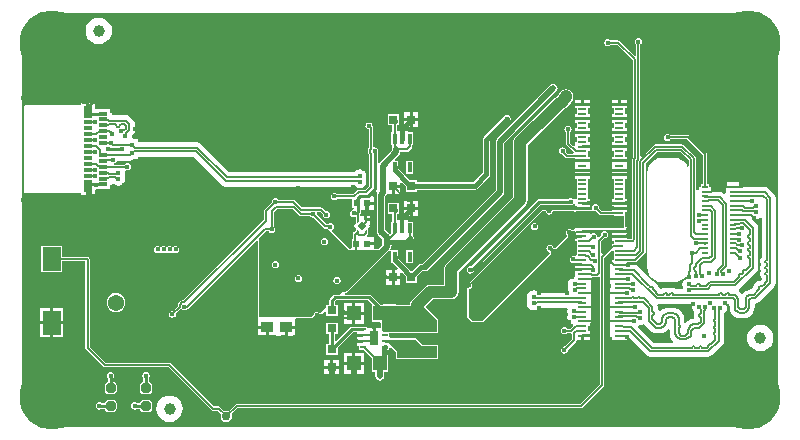
<source format=gbl>
G04*
G04 #@! TF.GenerationSoftware,Altium Limited,Altium Designer,19.1.7 (138)*
G04*
G04 Layer_Physical_Order=4*
G04 Layer_Color=16711680*
%FSLAX25Y25*%
%MOIN*%
G70*
G01*
G75*
%ADD11C,0.00787*%
%ADD12C,0.01000*%
%ADD25R,0.02441X0.02441*%
%ADD30R,0.03937X0.03543*%
%ADD36C,0.03937*%
%ADD57C,0.00515*%
%ADD58C,0.00700*%
%ADD60C,0.02953*%
%ADD61C,0.00984*%
%ADD62C,0.00591*%
%ADD63C,0.04000*%
%ADD64C,0.00984*%
%ADD65C,0.00600*%
%ADD66C,0.01500*%
%ADD67C,0.01968*%
%ADD69C,0.01575*%
%ADD70C,0.02000*%
%ADD71C,0.00866*%
%ADD72C,0.20866*%
%ADD73C,0.21654*%
%ADD74O,0.07480X0.04331*%
%ADD75O,0.09449X0.04331*%
%ADD76C,0.05386*%
%ADD77R,0.05386X0.05386*%
%ADD78C,0.02400*%
%ADD79C,0.01575*%
%ADD80C,0.01600*%
%ADD82R,0.02756X0.05118*%
%ADD83R,0.01968X0.00984*%
%ADD84R,0.01181X0.01181*%
%ADD85R,0.01575X0.03543*%
%ADD86R,0.02756X0.01181*%
%ADD87R,0.02756X0.03937*%
G04:AMPARAMS|DCode=88|XSize=31.5mil|YSize=31.5mil|CornerRadius=7.87mil|HoleSize=0mil|Usage=FLASHONLY|Rotation=90.000|XOffset=0mil|YOffset=0mil|HoleType=Round|Shape=RoundedRectangle|*
%AMROUNDEDRECTD88*
21,1,0.03150,0.01575,0,0,90.0*
21,1,0.01575,0.03150,0,0,90.0*
1,1,0.01575,0.00787,0.00787*
1,1,0.01575,0.00787,-0.00787*
1,1,0.01575,-0.00787,-0.00787*
1,1,0.01575,-0.00787,0.00787*
%
%ADD88ROUNDEDRECTD88*%
%ADD89R,0.05906X0.07874*%
%ADD90R,0.00591X0.00591*%
%ADD91R,0.00591X0.00591*%
%ADD92P,0.02673X4X270.0*%
%ADD93R,0.02953X0.00866*%
%ADD94R,0.01968X0.00866*%
%ADD95R,0.13386X0.03937*%
%ADD96R,0.02992X0.02756*%
%ADD97R,0.02756X0.02992*%
%ADD98R,0.04500X0.05000*%
%ADD99C,0.00827*%
%ADD100C,0.03150*%
G36*
X11811Y139795D02*
X245905D01*
X245993Y139813D01*
X247484Y139666D01*
X249001Y139206D01*
X250399Y138458D01*
X251625Y137452D01*
X252631Y136226D01*
X253379Y134828D01*
X253839Y133310D01*
X253986Y131820D01*
X253968Y131732D01*
X253968Y11811D01*
X253992Y11694D01*
X253813Y9878D01*
X253249Y8019D01*
X252333Y6306D01*
X251101Y4804D01*
X249600Y3572D01*
X247886Y2657D01*
X246028Y2093D01*
X244212Y1914D01*
X244094Y1937D01*
X11811D01*
X11694Y1914D01*
X9878Y2093D01*
X8019Y2657D01*
X6306Y3572D01*
X4804Y4804D01*
X3572Y6306D01*
X2657Y8019D01*
X2093Y9878D01*
X1951Y11317D01*
X1937Y11811D01*
X1937Y12308D01*
X1937Y129921D01*
X1914Y130039D01*
X2093Y131854D01*
X2657Y133713D01*
X3572Y135426D01*
X4804Y136928D01*
X6306Y138160D01*
X8019Y139076D01*
X9878Y139640D01*
X11694Y139818D01*
X11811Y139795D01*
D02*
G37*
%LPC*%
G36*
X27559Y138282D02*
X26414Y138132D01*
X25347Y137690D01*
X24431Y136987D01*
X23728Y136070D01*
X23286Y135003D01*
X23135Y133858D01*
X23286Y132713D01*
X23728Y131646D01*
X24431Y130730D01*
X25347Y130027D01*
X26414Y129585D01*
X27559Y129434D01*
X28704Y129585D01*
X29771Y130027D01*
X30687Y130730D01*
X31390Y131646D01*
X31832Y132713D01*
X31983Y133858D01*
X31832Y135003D01*
X31390Y136070D01*
X30687Y136987D01*
X29771Y137690D01*
X28704Y138132D01*
X27559Y138282D01*
D02*
G37*
G36*
X207433Y131525D02*
X206969Y131432D01*
X206576Y131170D01*
X206314Y130777D01*
X206222Y130314D01*
X206314Y129851D01*
X206576Y129458D01*
X206691Y129381D01*
Y125665D01*
X206229Y125473D01*
X201240Y130462D01*
X201010Y130616D01*
X200739Y130670D01*
X198210D01*
X198112Y130817D01*
X197719Y131079D01*
X197256Y131172D01*
X196793Y131079D01*
X196400Y130817D01*
X196137Y130424D01*
X196045Y129961D01*
X196137Y129498D01*
X196400Y129105D01*
X196793Y128842D01*
X197256Y128750D01*
X197719Y128842D01*
X198112Y129105D01*
X198210Y129252D01*
X200446D01*
X205563Y124135D01*
Y91590D01*
X205473Y91456D01*
X205419Y91185D01*
Y64716D01*
X205192Y64488D01*
X203520D01*
Y64854D01*
X201043D01*
X198567D01*
Y63921D01*
X199167D01*
Y62776D01*
X198988D01*
X198716Y62722D01*
X198486Y62568D01*
X195493Y59575D01*
X195031Y59766D01*
Y63693D01*
X196055Y64717D01*
X196239Y64681D01*
X196708Y64774D01*
X197105Y65039D01*
X197370Y65436D01*
X197463Y65904D01*
X197370Y66373D01*
X197105Y66769D01*
X196708Y67035D01*
X196239Y67128D01*
X195771Y67035D01*
X195374Y66769D01*
X195109Y66373D01*
X195016Y65904D01*
X195053Y65720D01*
X194167Y64834D01*
X193706Y65080D01*
X193752Y65315D01*
X193660Y65778D01*
X193398Y66171D01*
X193005Y66433D01*
X192542Y66525D01*
X192078Y66433D01*
X191697Y66178D01*
X191626Y66191D01*
X191197Y66339D01*
Y66429D01*
X188720D01*
Y67429D01*
X191197D01*
Y67638D01*
X198567D01*
Y67429D01*
X201043D01*
X203520D01*
Y68362D01*
X202953D01*
Y72087D01*
X202920Y72166D01*
Y73370D01*
X203520D01*
Y74303D01*
X201043D01*
X198567D01*
Y73937D01*
X195165D01*
X194376Y74726D01*
X194411Y74900D01*
X194318Y75363D01*
X194056Y75756D01*
X193663Y76019D01*
X193200Y76111D01*
X192737Y76019D01*
X192344Y75756D01*
X192081Y75363D01*
X191989Y74900D01*
X192050Y74594D01*
X191755Y74094D01*
X191197D01*
Y74303D01*
X188720D01*
X186044D01*
X185900Y74150D01*
X185755Y74094D01*
X178837D01*
X178720Y74046D01*
X178596Y74021D01*
X178572Y73984D01*
X178531Y73968D01*
X178482Y73851D01*
X178412Y73746D01*
X178368Y73524D01*
X178201Y73275D01*
X177952Y73108D01*
X177657Y73050D01*
X177363Y73108D01*
X177114Y73275D01*
X176947Y73524D01*
X176903Y73746D01*
X176833Y73851D01*
X176784Y73968D01*
X176743Y73984D01*
X176719Y74021D01*
X176595Y74046D01*
X176478Y74094D01*
X175361D01*
X175055Y73968D01*
X151350Y50262D01*
X151302Y50146D01*
X151231Y50041D01*
X151240Y49997D01*
X151223Y49956D01*
X151271Y49839D01*
X151296Y49716D01*
X151511Y49394D01*
X151569Y49100D01*
X151511Y48806D01*
X151344Y48556D01*
X151094Y48389D01*
X150715Y48314D01*
X150610Y48244D01*
X150494Y48195D01*
X150477Y48155D01*
X150440Y48130D01*
X150415Y48006D01*
X150367Y47889D01*
Y38600D01*
X150494Y38294D01*
X151794Y36994D01*
X152100Y36867D01*
X155500D01*
X155806Y36994D01*
X178238Y59425D01*
X178267Y59497D01*
X178324Y59549D01*
X178328Y59644D01*
X178364Y59731D01*
X178335Y59803D01*
X178338Y59881D01*
X178148Y60398D01*
X178112Y60437D01*
X178102Y60489D01*
X178003Y60555D01*
X177924Y60642D01*
X177870Y60644D01*
X177826Y60673D01*
X177658Y60707D01*
X177409Y60873D01*
X177242Y61123D01*
X177183Y61417D01*
X177242Y61712D01*
X177409Y61961D01*
X177658Y62128D01*
X177953Y62186D01*
X178247Y62128D01*
X178497Y61961D01*
X178663Y61712D01*
X178697Y61544D01*
X178726Y61500D01*
X178728Y61447D01*
X178815Y61367D01*
X178881Y61269D01*
X178933Y61258D01*
X178972Y61222D01*
X179490Y61032D01*
X179567Y61035D01*
X179639Y61006D01*
X179726Y61042D01*
X179821Y61046D01*
X179873Y61103D01*
X179945Y61133D01*
X183871Y65058D01*
X183879Y65079D01*
X183899Y65090D01*
X183942Y65230D01*
X183997Y65364D01*
X183989Y65385D01*
X183995Y65407D01*
X183946Y65904D01*
X183936Y65924D01*
X183940Y65947D01*
X183866Y66057D01*
X183854Y66117D01*
X183640Y66438D01*
X183581Y66732D01*
X183640Y67027D01*
X183807Y67276D01*
X184056Y67443D01*
X184350Y67501D01*
X184645Y67443D01*
X184966Y67228D01*
X185077Y67206D01*
X185179Y67156D01*
X185726Y67121D01*
X185740Y67126D01*
X185753Y67120D01*
X186109Y66943D01*
X186235Y66803D01*
X186244Y66782D01*
Y65854D01*
X188720D01*
Y64854D01*
X186244D01*
Y63921D01*
X186844D01*
Y58998D01*
X186344Y58730D01*
X186199Y58827D01*
X185731Y58921D01*
X185262Y58827D01*
X184865Y58562D01*
X184600Y58165D01*
X184507Y57697D01*
X184600Y57229D01*
X184865Y56832D01*
X185262Y56567D01*
X185731Y56473D01*
X185744Y56476D01*
X185830Y56406D01*
X188720D01*
Y55406D01*
X186244D01*
Y54831D01*
X188720D01*
Y53831D01*
X186244D01*
Y52898D01*
X186244D01*
Y52614D01*
X186244D01*
Y51971D01*
X186221Y51951D01*
X185323Y51773D01*
X184562Y51265D01*
X184054Y50504D01*
X183875Y49606D01*
X184054Y48709D01*
X184123Y48606D01*
X184054Y48504D01*
X183875Y47606D01*
X183985Y47054D01*
X183602Y46554D01*
X174291D01*
X174158Y46753D01*
X173397Y47261D01*
X172500Y47439D01*
X171603Y47261D01*
X170842Y46753D01*
X170334Y45992D01*
X170155Y45094D01*
X170334Y44197D01*
X170402Y44094D01*
X170334Y43992D01*
X170155Y43094D01*
X170334Y42197D01*
X170842Y41436D01*
X171603Y40928D01*
X172500Y40749D01*
X173397Y40928D01*
X174158Y41436D01*
X174291Y41635D01*
X183547D01*
X183830Y41135D01*
X183678Y40370D01*
X183857Y39472D01*
X183925Y39370D01*
X183857Y39267D01*
X183678Y38370D01*
X183857Y37473D01*
X184365Y36712D01*
X185126Y36203D01*
X185504Y36128D01*
X185669Y35586D01*
X184669Y34585D01*
X183653D01*
X183555Y34732D01*
X183162Y34995D01*
X182699Y35087D01*
X182236Y34995D01*
X181843Y34732D01*
X181580Y34340D01*
X181488Y33876D01*
X181580Y33413D01*
X181843Y33020D01*
X182236Y32758D01*
X182699Y32666D01*
X183162Y32758D01*
X183555Y33020D01*
X183653Y33167D01*
X184962D01*
X185396Y32774D01*
Y31106D01*
X182920Y28629D01*
X182746Y28664D01*
X182283Y28572D01*
X181890Y28309D01*
X181628Y27917D01*
X181535Y27453D01*
X181628Y26990D01*
X181890Y26597D01*
X182283Y26335D01*
X182746Y26243D01*
X183209Y26335D01*
X183602Y26597D01*
X183865Y26990D01*
X183957Y27453D01*
X183922Y27627D01*
X186606Y30311D01*
X186760Y30541D01*
X186814Y30812D01*
Y30850D01*
X188220D01*
Y32283D01*
X188720D01*
Y32783D01*
X191197D01*
Y33716D01*
X190597D01*
Y35575D01*
X191197D01*
Y36650D01*
X191697D01*
Y41374D01*
Y46098D01*
Y51262D01*
X191843Y51607D01*
X192117Y51732D01*
X193757D01*
X194029Y51786D01*
X194134Y51856D01*
X194634Y51670D01*
Y16258D01*
X187884Y9509D01*
X73494D01*
X73223Y9455D01*
X72993Y9301D01*
X70822Y7130D01*
X70803Y7144D01*
X70070Y7289D01*
X69401Y7156D01*
X68085Y8473D01*
X67854Y8626D01*
X67583Y8680D01*
X65944D01*
X51623Y23001D01*
X51393Y23155D01*
X51122Y23209D01*
X29794D01*
X24509Y28494D01*
Y57874D01*
X24455Y58145D01*
X24301Y58375D01*
X24071Y58529D01*
X23800Y58583D01*
X15164D01*
Y62211D01*
X8458D01*
Y53537D01*
X15164D01*
Y57165D01*
X23091D01*
Y28200D01*
X23145Y27929D01*
X23299Y27699D01*
X28999Y21999D01*
X29229Y21845D01*
X29500Y21791D01*
X50828D01*
X65149Y7470D01*
X65379Y7316D01*
X65651Y7263D01*
X67290D01*
X68360Y6193D01*
X68303Y6108D01*
X68157Y5376D01*
X68303Y4644D01*
X68718Y4023D01*
X69338Y3609D01*
X70070Y3463D01*
X70803Y3609D01*
X71423Y4023D01*
X71838Y4644D01*
X71984Y5376D01*
X71838Y6108D01*
X71825Y6128D01*
X73788Y8091D01*
X188178D01*
X188449Y8145D01*
X188679Y8299D01*
X195844Y15463D01*
X195997Y15693D01*
X196051Y15964D01*
Y58128D01*
X198705Y60782D01*
X199167Y60590D01*
Y57339D01*
X198567D01*
Y56264D01*
X198067D01*
Y50823D01*
Y46098D01*
Y41374D01*
Y36650D01*
Y31925D01*
X198567D01*
Y30850D01*
X203520D01*
Y31762D01*
X204020Y31858D01*
X210144Y25734D01*
X210144Y25734D01*
X210725Y25345D01*
X211411Y25209D01*
X230741D01*
X230741Y25209D01*
X231427Y25345D01*
X232008Y25734D01*
X235489Y29215D01*
X235489Y29215D01*
X235877Y29796D01*
X236014Y30482D01*
X236014Y30482D01*
Y39756D01*
X236298Y39946D01*
X236806Y40707D01*
X236984Y41604D01*
X236809Y42486D01*
X236797Y42575D01*
X237071Y42986D01*
X237741D01*
Y41764D01*
X237751Y41718D01*
X237869Y40817D01*
X238235Y39934D01*
X238816Y39176D01*
X239574Y38595D01*
X240457Y38229D01*
X241357Y38111D01*
X241404Y38102D01*
X242508D01*
X242554Y38111D01*
X243455Y38229D01*
X244337Y38595D01*
X245095Y39176D01*
X245677Y39934D01*
X246042Y40817D01*
X246161Y41718D01*
X246170Y41764D01*
Y42552D01*
X246352Y42986D01*
X247038Y43122D01*
X247619Y43510D01*
X252720Y48611D01*
X252720Y48611D01*
X253108Y49192D01*
X253244Y49878D01*
X253244Y49878D01*
Y78148D01*
X253244Y78148D01*
X253108Y78834D01*
X252720Y79415D01*
X250757Y81377D01*
X250176Y81766D01*
X249490Y81902D01*
X249490Y81902D01*
X241831D01*
X241818Y81904D01*
X241461Y82248D01*
X241461Y82248D01*
X241461Y82248D01*
X240961D01*
Y83323D01*
X236992D01*
Y82248D01*
X236492D01*
Y79658D01*
X236030Y79466D01*
X235737Y79760D01*
X235156Y80148D01*
X234470Y80285D01*
X234470Y80285D01*
X232376D01*
X232012Y80357D01*
Y80673D01*
X231512D01*
Y81748D01*
X230912D01*
Y82723D01*
X230237D01*
Y92794D01*
X230183Y93065D01*
X230029Y93295D01*
X224392Y98932D01*
X224162Y99085D01*
X223891Y99139D01*
X218111D01*
X218006Y99296D01*
X217610Y99561D01*
X217141Y99654D01*
X216673Y99561D01*
X216276Y99296D01*
X216011Y98899D01*
X215918Y98430D01*
X216011Y97962D01*
X216276Y97565D01*
X216673Y97300D01*
X217141Y97207D01*
X217610Y97300D01*
X218006Y97565D01*
X218111Y97721D01*
X223598D01*
X228819Y92500D01*
Y82723D01*
X228143D01*
Y81748D01*
X227543D01*
Y81027D01*
X227441Y80924D01*
X226796Y80930D01*
X226699Y81031D01*
Y91436D01*
X226645Y91707D01*
X226492Y91937D01*
X222629Y95800D01*
X222399Y95953D01*
X222128Y96007D01*
X213044D01*
X212772Y95953D01*
X212542Y95800D01*
X208609Y91866D01*
X208109Y92073D01*
Y129338D01*
X208289Y129458D01*
X208551Y129851D01*
X208643Y130314D01*
X208551Y130777D01*
X208289Y131170D01*
X207896Y131432D01*
X207433Y131525D01*
D02*
G37*
G36*
X203520Y110882D02*
X201543D01*
Y109949D01*
X203520D01*
Y110882D01*
D02*
G37*
G36*
X200543D02*
X198567D01*
Y109949D01*
X200543D01*
Y110882D01*
D02*
G37*
G36*
X191197D02*
X189220D01*
Y109949D01*
X191197D01*
Y110882D01*
D02*
G37*
G36*
X188220D02*
X186244D01*
Y109949D01*
X188220D01*
Y110882D01*
D02*
G37*
G36*
X203520Y108949D02*
X201043D01*
X198567D01*
Y108016D01*
X199167D01*
Y106157D01*
X198567D01*
Y105224D01*
X201043D01*
X203520D01*
Y106157D01*
X202920D01*
Y108016D01*
X203520D01*
Y108949D01*
D02*
G37*
G36*
X191197Y108949D02*
X188720D01*
X186244D01*
Y108016D01*
X186844D01*
Y106157D01*
X186244D01*
Y105224D01*
X188720D01*
X191197D01*
Y106157D01*
X190597D01*
Y108016D01*
X191197D01*
Y108949D01*
D02*
G37*
G36*
X134084Y106751D02*
X132206D01*
Y104755D01*
X134084D01*
Y106751D01*
D02*
G37*
G36*
X131206D02*
X129328D01*
Y104755D01*
X131206D01*
Y106751D01*
D02*
G37*
G36*
X134084Y103755D02*
X132206D01*
Y101759D01*
X134084D01*
Y103755D01*
D02*
G37*
G36*
X131206D02*
X129328D01*
Y101759D01*
X131206D01*
Y103755D01*
D02*
G37*
G36*
X203520Y104224D02*
X201043D01*
X198567D01*
Y103291D01*
X199167D01*
Y101433D01*
X198567D01*
Y100500D01*
X201043D01*
X203520D01*
Y101433D01*
X202920D01*
Y103291D01*
X203520D01*
Y104224D01*
D02*
G37*
G36*
X191197Y104224D02*
X188720D01*
X186244D01*
Y103291D01*
X186844D01*
Y101433D01*
X186244D01*
Y100500D01*
X188720D01*
X191197D01*
Y101433D01*
X190597D01*
Y103291D01*
X191197D01*
Y104224D01*
D02*
G37*
G36*
X203520Y99500D02*
X201043D01*
X198567D01*
Y98567D01*
X199167D01*
Y96709D01*
X198567D01*
Y95776D01*
X201043D01*
X203520D01*
Y96709D01*
X202920D01*
Y98567D01*
X203520D01*
Y99500D01*
D02*
G37*
G36*
X183946Y102253D02*
X183483Y102161D01*
X183090Y101899D01*
X182828Y101506D01*
X182736Y101043D01*
X182828Y100579D01*
X183090Y100187D01*
X183237Y100088D01*
Y96232D01*
X183291Y95961D01*
X183445Y95731D01*
X185841Y93335D01*
X185649Y92835D01*
X183941D01*
X183281Y93495D01*
X183355Y93868D01*
X183263Y94332D01*
X183000Y94724D01*
X182608Y94987D01*
X182144Y95079D01*
X181681Y94987D01*
X181288Y94724D01*
X181026Y94332D01*
X180934Y93868D01*
X181026Y93405D01*
X181288Y93012D01*
X181681Y92750D01*
X182105Y92665D01*
X183146Y91625D01*
X183376Y91471D01*
X183647Y91417D01*
X186244D01*
Y91051D01*
X188720D01*
X191197D01*
Y91984D01*
X190597D01*
Y93843D01*
X191197D01*
Y94776D01*
X188720D01*
Y95776D01*
X191197D01*
Y96709D01*
X190597D01*
Y98567D01*
X191197D01*
Y99500D01*
X188720D01*
X186244D01*
Y98567D01*
X186844D01*
Y96709D01*
X186244D01*
Y95590D01*
X185782Y95399D01*
X184655Y96526D01*
Y100088D01*
X184802Y100187D01*
X185065Y100579D01*
X185157Y101043D01*
X185065Y101506D01*
X184802Y101899D01*
X184409Y102161D01*
X183946Y102253D01*
D02*
G37*
G36*
X203520Y94776D02*
X201043D01*
X198567D01*
Y93843D01*
X199167D01*
Y91984D01*
X198567D01*
Y91051D01*
X201043D01*
X203520D01*
Y91984D01*
X202920D01*
Y93843D01*
X203520D01*
Y94776D01*
D02*
G37*
G36*
Y90051D02*
X201043D01*
X198567D01*
Y89118D01*
X198567D01*
Y88835D01*
X198567D01*
Y87902D01*
X201043D01*
X203520D01*
Y88835D01*
X203520D01*
Y89118D01*
X203520D01*
Y90051D01*
D02*
G37*
G36*
X191197Y90051D02*
X188720D01*
X186244D01*
Y89118D01*
X186244D01*
Y88835D01*
X186244D01*
Y87902D01*
X188720D01*
X191197D01*
Y88835D01*
X191197D01*
Y89118D01*
X191197D01*
Y90051D01*
D02*
G37*
G36*
X203520Y86902D02*
X201043D01*
X198567D01*
Y86327D01*
X201043D01*
X203520D01*
Y86902D01*
D02*
G37*
G36*
X191197Y86902D02*
X188720D01*
X186244D01*
Y86327D01*
X188720D01*
X191197D01*
Y86902D01*
D02*
G37*
G36*
X132453Y90603D02*
X130078D01*
Y86260D01*
X132453D01*
Y90603D01*
D02*
G37*
G36*
X179131Y116143D02*
X178591Y116035D01*
X178133Y115729D01*
X178133Y115729D01*
X160302Y97898D01*
X159996Y97440D01*
X159889Y96900D01*
Y80660D01*
X135542Y56313D01*
X134896D01*
X134432Y56221D01*
X134040Y55959D01*
X134040Y55959D01*
X132033Y53952D01*
X131380D01*
X131210Y54122D01*
X131209Y54125D01*
X130947Y54518D01*
X130947Y54518D01*
X127358Y58107D01*
Y58590D01*
X127335Y58707D01*
Y60762D01*
X125412D01*
X125102Y60762D01*
X124786Y61190D01*
X124892Y61348D01*
X125000Y61888D01*
X124999Y61889D01*
X125410Y62389D01*
X129900D01*
X129900Y62389D01*
X130363Y62481D01*
X130756Y62744D01*
X132122Y64109D01*
X132384Y64502D01*
X132476Y64965D01*
X132396Y65367D01*
X132453Y65867D01*
X132453Y65867D01*
Y70210D01*
X130494D01*
Y70811D01*
X129206D01*
Y68039D01*
X128206D01*
Y70811D01*
X126956D01*
Y72812D01*
X127484D01*
Y76604D01*
X123928D01*
Y72812D01*
X125338D01*
Y70210D01*
X124960D01*
Y66353D01*
X124613Y66007D01*
X124586Y66010D01*
X123111Y67485D01*
Y78731D01*
X123147Y78767D01*
X123453Y79225D01*
X123535Y79637D01*
X125206D01*
Y82133D01*
X125706D01*
Y82633D01*
X128084D01*
Y83145D01*
X128546Y83336D01*
X129896Y81986D01*
X129896Y81986D01*
X129928Y81965D01*
Y80237D01*
X133484D01*
Y80923D01*
X152833D01*
X152833Y80923D01*
X153297Y81015D01*
X153689Y81277D01*
X157556Y85144D01*
X157556Y85144D01*
X157818Y85537D01*
X157911Y86000D01*
Y97151D01*
X164419Y103660D01*
X164474Y103697D01*
X164739Y104094D01*
X164832Y104562D01*
X164739Y105030D01*
X164474Y105427D01*
X164077Y105692D01*
X163609Y105785D01*
X163141Y105692D01*
X162744Y105427D01*
X162707Y105372D01*
X155844Y98509D01*
X155581Y98116D01*
X155489Y97653D01*
X155489Y97653D01*
Y86501D01*
X152332Y83344D01*
X133484D01*
Y84029D01*
X131277D01*
X127358Y87949D01*
Y88432D01*
X127335Y88549D01*
Y90603D01*
X126452D01*
X126260Y91065D01*
X127606Y92412D01*
X127912Y92869D01*
X128020Y93410D01*
Y93591D01*
X130343D01*
X130343Y93591D01*
X130652Y93652D01*
X130915Y93828D01*
X131838Y94750D01*
X131838Y94750D01*
X132013Y95013D01*
X132075Y95323D01*
Y95709D01*
X132453D01*
Y100052D01*
X130494D01*
Y100652D01*
X129206D01*
Y97880D01*
X128206D01*
Y100652D01*
X126956D01*
Y102359D01*
X127484D01*
Y106151D01*
X123928D01*
Y102359D01*
X125338D01*
Y100052D01*
X124960D01*
Y95709D01*
X125338D01*
Y94990D01*
X125304Y94940D01*
X125197Y94400D01*
Y93994D01*
X121151Y89948D01*
X120970Y89677D01*
X120470Y89829D01*
Y93092D01*
X120679Y93405D01*
X120771Y93868D01*
X120679Y94332D01*
X120417Y94724D01*
X120024Y94987D01*
X119561Y95079D01*
X119422Y95051D01*
X118922Y95425D01*
Y101591D01*
X118868Y101864D01*
X118790Y101981D01*
X118830Y102181D01*
X118738Y102644D01*
X118475Y103037D01*
X118083Y103299D01*
X117619Y103391D01*
X117156Y103299D01*
X116763Y103037D01*
X116501Y102644D01*
X116409Y102181D01*
X116501Y101717D01*
X116763Y101324D01*
X117156Y101062D01*
X117495Y100995D01*
Y94879D01*
X117414Y94757D01*
X117359Y94484D01*
Y93252D01*
X117414Y92979D01*
X117495Y92857D01*
Y81989D01*
X116458Y80952D01*
X115867D01*
X115716Y81452D01*
X116236Y81799D01*
X116741Y82556D01*
X116919Y83448D01*
X116741Y84341D01*
X116678Y84436D01*
X116741Y84531D01*
X116919Y85423D01*
X116741Y86316D01*
X116236Y87072D01*
X115479Y87578D01*
X114586Y87756D01*
X113694Y87578D01*
X112937Y87072D01*
X112819Y86896D01*
X96083D01*
X96062Y86891D01*
X71058D01*
X61746Y96203D01*
X61134Y96612D01*
X60413Y96755D01*
X40727D01*
Y97961D01*
X38893D01*
X38483Y98461D01*
X38566Y98881D01*
X38558Y98924D01*
X39107Y99474D01*
X39516Y100085D01*
X39660Y100807D01*
Y102711D01*
X39516Y103433D01*
X39107Y104045D01*
X37894Y105258D01*
X37282Y105667D01*
X36560Y105811D01*
X31870D01*
Y106421D01*
X31370D01*
Y107890D01*
X26614D01*
X26252Y108223D01*
Y109661D01*
X24374D01*
Y106693D01*
X23374D01*
Y109661D01*
X21496D01*
Y109216D01*
X21316Y109096D01*
X3008D01*
X2702Y108969D01*
X2575Y108663D01*
Y80316D01*
X2702Y80010D01*
X3008Y79883D01*
X21316D01*
X21496Y79763D01*
Y79315D01*
X23374D01*
Y82284D01*
X24374D01*
Y79315D01*
X26252D01*
Y80754D01*
X26614Y81086D01*
X31370D01*
Y82555D01*
X31870D01*
Y82852D01*
X32370Y83004D01*
X32377Y82993D01*
X33137Y82485D01*
X34035Y82307D01*
X34932Y82485D01*
X35693Y82993D01*
X36201Y83754D01*
X36380Y84652D01*
X36201Y85549D01*
X36133Y85652D01*
X36201Y85754D01*
X36380Y86652D01*
X36302Y87044D01*
X36386Y87167D01*
X36735Y87427D01*
X37052Y87364D01*
X37521Y87457D01*
X37918Y87722D01*
X38183Y88119D01*
X38276Y88587D01*
X38183Y89056D01*
X37918Y89452D01*
X37521Y89718D01*
X37052Y89811D01*
X36584Y89718D01*
X36187Y89452D01*
X36086Y89301D01*
X32764D01*
X32715Y89801D01*
X32806Y89819D01*
X33203Y90084D01*
X33468Y90481D01*
X33500Y90638D01*
X38047D01*
X38768Y90782D01*
X39131Y91024D01*
X40727D01*
Y91836D01*
X59156D01*
X68468Y82525D01*
X69080Y82116D01*
X69801Y81972D01*
X96554D01*
X96575Y81976D01*
X112819D01*
X112937Y81799D01*
X113694Y81294D01*
X113699Y81293D01*
X113805Y80762D01*
X113776Y80743D01*
X112414Y79381D01*
X107016D01*
X106921Y79524D01*
X106528Y79786D01*
X106065Y79878D01*
X105601Y79786D01*
X105209Y79524D01*
X104946Y79131D01*
X104854Y78667D01*
X104946Y78204D01*
X105209Y77811D01*
X105601Y77549D01*
X106065Y77457D01*
X106528Y77549D01*
X106921Y77811D01*
X107016Y77954D01*
X111938D01*
Y74761D01*
X112474D01*
X112480Y74743D01*
X112138Y74195D01*
X112039Y74175D01*
X111646Y73913D01*
X111383Y73520D01*
X111291Y73056D01*
X111383Y72593D01*
X111646Y72200D01*
X112039Y71938D01*
X112502Y71846D01*
X112822Y71909D01*
X113196Y71697D01*
X113293Y71555D01*
X113204Y71342D01*
Y69924D01*
X113309Y69670D01*
X112579Y68940D01*
X113309Y68210D01*
X113204Y67956D01*
Y67115D01*
X113099Y67010D01*
X112969D01*
X112696Y66955D01*
X112465Y66800D01*
X112310Y66569D01*
X112256Y66296D01*
Y64569D01*
X111844D01*
Y61328D01*
X111398Y61198D01*
X111179D01*
X105357Y67021D01*
X105440Y67645D01*
X105543Y67714D01*
X105806Y68106D01*
X105898Y68570D01*
X105806Y69033D01*
X105543Y69426D01*
X105151Y69688D01*
X104687Y69780D01*
X104224Y69688D01*
X103987Y69530D01*
X103380D01*
X100178Y72732D01*
X100191Y72798D01*
X100134Y73085D01*
X100441Y73585D01*
X101377D01*
X102169Y72793D01*
X102134Y72614D01*
X102227Y72146D01*
X102492Y71749D01*
X102889Y71483D01*
X103357Y71390D01*
X103825Y71483D01*
X104222Y71749D01*
X104488Y72146D01*
X104581Y72614D01*
X104488Y73082D01*
X104222Y73479D01*
X103825Y73744D01*
X103357Y73837D01*
X103179Y73802D01*
X102178Y74803D01*
X101946Y74958D01*
X101673Y75012D01*
X95179D01*
X92777Y77415D01*
X92545Y77570D01*
X92272Y77624D01*
X87403D01*
X87302Y77775D01*
X86905Y78040D01*
X86437Y78134D01*
X85969Y78040D01*
X85572Y77775D01*
X85307Y77378D01*
X85214Y76910D01*
X85249Y76731D01*
X82764Y74246D01*
X82609Y74015D01*
X82555Y73742D01*
Y70918D01*
X55751Y44115D01*
X55453D01*
X55180Y44060D01*
X54948Y43905D01*
X54069Y43027D01*
X53915Y42795D01*
X53860Y42522D01*
Y42224D01*
X52279Y40642D01*
X52100Y40677D01*
X51632Y40584D01*
X51235Y40319D01*
X50970Y39922D01*
X50876Y39454D01*
X50970Y38986D01*
X51235Y38589D01*
X51632Y38323D01*
X52100Y38230D01*
X52568Y38323D01*
X52965Y38589D01*
X53230Y38986D01*
X53324Y39454D01*
X53288Y39632D01*
X54738Y41082D01*
X55209Y41036D01*
X55606Y40771D01*
X56074Y40677D01*
X56542Y40771D01*
X56939Y41036D01*
X57040Y41187D01*
X57101D01*
X57374Y41241D01*
X57605Y41396D01*
X80098Y63889D01*
X80560Y63698D01*
X80560Y46503D01*
X80514Y46392D01*
Y38942D01*
X80547Y38862D01*
Y38776D01*
X80560Y38763D01*
Y38490D01*
X80608Y38373D01*
X80691Y37927D01*
X80694Y37722D01*
X80694Y35637D01*
X83663D01*
Y35137D01*
X84163D01*
Y32366D01*
X86544D01*
X86600Y32366D01*
X87044Y32230D01*
X87075Y32230D01*
X89512D01*
Y35002D01*
X90013D01*
Y35502D01*
X92981D01*
Y37557D01*
X93364Y38057D01*
X98683D01*
X98711Y38068D01*
X98740Y38061D01*
X98860Y38130D01*
X98989Y38184D01*
X99001Y38211D01*
X99027Y38226D01*
X99410Y38726D01*
X99414Y38741D01*
X99426Y38749D01*
X99456Y38899D01*
X99496Y39046D01*
X99488Y39059D01*
X99491Y39074D01*
X99484Y39108D01*
X99543Y39402D01*
X99710Y39652D01*
X99959Y39819D01*
X100254Y39877D01*
X100548Y39819D01*
X100869Y39604D01*
X100948Y39588D01*
X101029Y39535D01*
X101051Y39539D01*
X101070Y39529D01*
X101568Y39480D01*
X101590Y39486D01*
X101610Y39477D01*
X101745Y39533D01*
X101885Y39576D01*
X101896Y39596D01*
X101917Y39604D01*
X102913Y40600D01*
X103375Y40409D01*
Y38978D01*
X107167D01*
Y42534D01*
X106180D01*
Y43541D01*
X106758Y44119D01*
X117394D01*
X118426Y43087D01*
X118575Y42629D01*
X118575D01*
X118575Y42629D01*
Y36829D01*
X121187D01*
X121541Y36476D01*
X121541Y34976D01*
X119817D01*
Y31417D01*
X118817D01*
Y34976D01*
X116961D01*
Y35262D01*
X115664D01*
X115576Y35280D01*
X112006D01*
X111658Y35210D01*
X111362Y35013D01*
X106642Y30293D01*
X106180Y30484D01*
Y32978D01*
X107167D01*
Y36534D01*
X103375D01*
Y32978D01*
X104361D01*
Y29531D01*
X103375D01*
Y25975D01*
X107167D01*
Y28245D01*
X112382Y33460D01*
X113592D01*
Y32901D01*
X115576D01*
Y31901D01*
X113592D01*
Y30933D01*
X115576D01*
Y29933D01*
X113592D01*
Y28941D01*
X114192D01*
Y27572D01*
X115816D01*
X118565Y24823D01*
X118575Y24775D01*
Y20097D01*
X119797D01*
Y18700D01*
X119906Y18154D01*
X120215Y17691D01*
X120679Y17381D01*
X121225Y17273D01*
X121771Y17381D01*
X122234Y17691D01*
X122544Y18154D01*
X122652Y18700D01*
Y20097D01*
X123875D01*
Y25897D01*
X123760D01*
Y27358D01*
X123913Y27510D01*
X123913Y27510D01*
X123954Y27572D01*
X124441D01*
Y28275D01*
X124903Y28467D01*
X126504Y26865D01*
Y24580D01*
X140690D01*
Y29317D01*
X135517D01*
X133575Y31260D01*
X133574Y31260D01*
X133574Y31260D01*
X133421Y31323D01*
X133269Y31386D01*
X133268Y31386D01*
X133267Y31386D01*
X124880Y31363D01*
X124441Y31862D01*
Y33209D01*
X133368D01*
X133597Y33163D01*
X133826Y33209D01*
X140290D01*
X140370Y33242D01*
X140690D01*
Y33562D01*
X140723Y33642D01*
Y37579D01*
X140690Y37658D01*
Y37979D01*
X140503D01*
X136522Y41959D01*
X138916Y44353D01*
X145100D01*
X146036Y44539D01*
X146830Y45070D01*
X147361Y45864D01*
X147547Y46800D01*
Y53486D01*
X169841Y75780D01*
X170371Y76574D01*
X170557Y77510D01*
Y95797D01*
X181330Y106570D01*
X181330Y106570D01*
X182391Y107630D01*
X182436Y107639D01*
X183230Y108170D01*
X185030Y109970D01*
X185561Y110764D01*
X185747Y111700D01*
Y112000D01*
X185561Y112936D01*
X185030Y113730D01*
X184236Y114261D01*
X183300Y114447D01*
X182364Y114261D01*
X181570Y113730D01*
X181039Y112936D01*
X181030Y112891D01*
X180309Y112170D01*
X180264Y112161D01*
X179470Y111630D01*
X177870Y110030D01*
X177870Y110030D01*
X166380Y98541D01*
X165849Y97747D01*
X165663Y96810D01*
Y78524D01*
X143370Y56230D01*
X142839Y55436D01*
X142653Y54500D01*
Y49247D01*
X137902D01*
X136966Y49061D01*
X136172Y48530D01*
X131867Y44225D01*
X131336Y43431D01*
X131172Y42602D01*
X122332Y42660D01*
X122331Y42660D01*
X122330Y42660D01*
X122256Y42629D01*
X121457D01*
X118414Y45672D01*
X118119Y45869D01*
X117771Y45938D01*
X109799D01*
X109750Y46438D01*
X110040Y46496D01*
X110498Y46802D01*
X124461Y60765D01*
X124484Y60757D01*
X124484Y60757D01*
X124958Y60586D01*
X124960Y60584D01*
X124960Y60320D01*
Y58707D01*
X124937Y58590D01*
Y57606D01*
X124937Y57606D01*
X124960Y57489D01*
Y56418D01*
X125622D01*
X127288Y54753D01*
X127096Y54291D01*
X126207D01*
Y52295D01*
X128084D01*
Y53303D01*
X128546Y53495D01*
X128972Y53069D01*
X128972Y53066D01*
X129235Y52673D01*
X129928Y51979D01*
Y49899D01*
X133484D01*
Y51979D01*
X135397Y53892D01*
X135836D01*
X135863Y53874D01*
X136403Y53767D01*
X136943Y53874D01*
X137401Y54180D01*
X162298Y79077D01*
X162604Y79535D01*
X162711Y80075D01*
Y96315D01*
X180129Y113733D01*
X180435Y114191D01*
X180543Y114731D01*
Y114732D01*
X180435Y115272D01*
X180129Y115729D01*
X179672Y116035D01*
X179131Y116143D01*
D02*
G37*
G36*
X128084Y81633D02*
X126206D01*
Y79637D01*
X128084D01*
Y81633D01*
D02*
G37*
G36*
X191197Y85327D02*
X188720D01*
X186244D01*
Y84394D01*
X186844D01*
Y81844D01*
Y77811D01*
X186244D01*
Y77799D01*
X185744Y77647D01*
X185665Y77765D01*
X185268Y78030D01*
X184800Y78123D01*
X184332Y78030D01*
X184013Y77818D01*
X174418D01*
X174066Y77748D01*
X173769Y77549D01*
X151603Y55383D01*
X151400Y55423D01*
X150932Y55330D01*
X150535Y55065D01*
X150270Y54668D01*
X150177Y54200D01*
X150270Y53732D01*
X150535Y53335D01*
X150932Y53070D01*
X151400Y52977D01*
X151868Y53070D01*
X152265Y53335D01*
X152530Y53732D01*
X152537Y53766D01*
X152675Y53904D01*
X152809Y53994D01*
X174798Y75982D01*
X184013D01*
X184332Y75770D01*
X184800Y75677D01*
X185268Y75770D01*
X185665Y76035D01*
X185744Y76153D01*
X186244Y76001D01*
Y75303D01*
X188720D01*
X191197D01*
Y75878D01*
X188720D01*
Y76878D01*
X191197D01*
Y77811D01*
X190597D01*
Y80269D01*
Y84394D01*
X191197D01*
Y85327D01*
D02*
G37*
G36*
X203520Y85327D02*
X201043D01*
X198567D01*
Y84394D01*
X199167D01*
Y81844D01*
Y77811D01*
X198567D01*
Y76878D01*
X201043D01*
X203520D01*
Y77811D01*
X202920D01*
Y80269D01*
Y84394D01*
X203520D01*
Y85327D01*
D02*
G37*
G36*
Y75878D02*
X201043D01*
X198567D01*
Y75303D01*
X201043D01*
X203520D01*
Y75878D01*
D02*
G37*
G36*
X134084Y77204D02*
X132206D01*
Y75208D01*
X134084D01*
Y77204D01*
D02*
G37*
G36*
X131206D02*
X129328D01*
Y75208D01*
X131206D01*
Y77204D01*
D02*
G37*
G36*
X134084Y74208D02*
X132206D01*
Y72212D01*
X134084D01*
Y74208D01*
D02*
G37*
G36*
X131206D02*
X129328D01*
Y72212D01*
X131206D01*
Y74208D01*
D02*
G37*
G36*
X203520Y66429D02*
X201043D01*
X198567D01*
Y65854D01*
X201043D01*
X203520D01*
Y66429D01*
D02*
G37*
G36*
X53150Y62234D02*
X52686Y62142D01*
X52294Y61880D01*
X52037D01*
X51644Y62142D01*
X51181Y62234D01*
X50718Y62142D01*
X50325Y61880D01*
X50069D01*
X49676Y62142D01*
X49213Y62234D01*
X48749Y62142D01*
X48357Y61880D01*
X48100D01*
X47707Y62142D01*
X47244Y62234D01*
X46781Y62142D01*
X46388Y61880D01*
X46126Y61487D01*
X46033Y61024D01*
X46126Y60560D01*
X46388Y60168D01*
X46781Y59905D01*
X47244Y59813D01*
X47707Y59905D01*
X48100Y60168D01*
X48357D01*
X48749Y59905D01*
X49213Y59813D01*
X49676Y59905D01*
X50069Y60168D01*
X50325D01*
X50718Y59905D01*
X51181Y59813D01*
X51644Y59905D01*
X52037Y60168D01*
X52294D01*
X52686Y59905D01*
X53150Y59813D01*
X53613Y59905D01*
X54006Y60168D01*
X54268Y60560D01*
X54360Y61024D01*
X54268Y61487D01*
X54006Y61880D01*
X53613Y62142D01*
X53150Y62234D01*
D02*
G37*
G36*
X132453Y60762D02*
X130078D01*
Y56418D01*
X132453D01*
Y60762D01*
D02*
G37*
G36*
X125206Y54291D02*
X123328D01*
Y52295D01*
X125206D01*
Y54291D01*
D02*
G37*
G36*
X128084Y51295D02*
X126207D01*
Y49299D01*
X128084D01*
Y51295D01*
D02*
G37*
G36*
X125206D02*
X123328D01*
Y49299D01*
X125206D01*
Y51295D01*
D02*
G37*
G36*
X115813Y43229D02*
X113063D01*
Y40229D01*
X115813D01*
Y43229D01*
D02*
G37*
G36*
X112063D02*
X109313D01*
Y40229D01*
X112063D01*
Y43229D01*
D02*
G37*
G36*
X33268Y46428D02*
X32460Y46322D01*
X31707Y46010D01*
X31061Y45514D01*
X30565Y44868D01*
X30253Y44115D01*
X30147Y43307D01*
X30253Y42499D01*
X30565Y41747D01*
X31061Y41100D01*
X31707Y40604D01*
X32460Y40292D01*
X33268Y40186D01*
X34075Y40292D01*
X34828Y40604D01*
X35475Y41100D01*
X35971Y41747D01*
X36283Y42499D01*
X36389Y43307D01*
X36283Y44115D01*
X35971Y44868D01*
X35475Y45514D01*
X34828Y46010D01*
X34075Y46322D01*
X33268Y46428D01*
D02*
G37*
G36*
X15764Y41551D02*
X12311D01*
Y37114D01*
X15764D01*
Y41551D01*
D02*
G37*
G36*
X11311D02*
X7858D01*
Y37114D01*
X11311D01*
Y41551D01*
D02*
G37*
G36*
X115813Y39229D02*
X113063D01*
Y36229D01*
X115813D01*
Y39229D01*
D02*
G37*
G36*
X112063D02*
X109313D01*
Y36229D01*
X112063D01*
Y39229D01*
D02*
G37*
G36*
X83163Y34637D02*
X80694D01*
Y32366D01*
X83163D01*
Y34637D01*
D02*
G37*
G36*
X92981Y34502D02*
X90513D01*
Y32230D01*
X92981D01*
Y34502D01*
D02*
G37*
G36*
X15764Y36114D02*
X12311D01*
Y31677D01*
X15764D01*
Y36114D01*
D02*
G37*
G36*
X11311D02*
X7858D01*
Y31677D01*
X11311D01*
Y36114D01*
D02*
G37*
G36*
X191197Y31783D02*
X189220D01*
Y30850D01*
X191197D01*
Y31783D01*
D02*
G37*
G36*
X248031Y35920D02*
X246886Y35769D01*
X245819Y35327D01*
X244903Y34624D01*
X244200Y33708D01*
X243758Y32641D01*
X243607Y31496D01*
X243758Y30351D01*
X244200Y29284D01*
X244903Y28368D01*
X245819Y27665D01*
X246886Y27223D01*
X248031Y27072D01*
X249177Y27223D01*
X250243Y27665D01*
X251160Y28368D01*
X251863Y29284D01*
X252305Y30351D01*
X252456Y31496D01*
X252305Y32641D01*
X251863Y33708D01*
X251160Y34624D01*
X250243Y35327D01*
X249177Y35769D01*
X248031Y35920D01*
D02*
G37*
G36*
X115813Y26497D02*
X113063D01*
Y23497D01*
X115813D01*
Y26497D01*
D02*
G37*
G36*
X112063D02*
X109313D01*
Y23497D01*
X112063D01*
Y26497D01*
D02*
G37*
G36*
X107767Y24131D02*
X105771D01*
Y22253D01*
X107767D01*
Y24131D01*
D02*
G37*
G36*
X104771D02*
X102775D01*
Y22253D01*
X104771D01*
Y24131D01*
D02*
G37*
G36*
X115813Y22497D02*
X113063D01*
Y19497D01*
X115813D01*
Y22497D01*
D02*
G37*
G36*
X112063D02*
X109313D01*
Y19497D01*
X112063D01*
Y22497D01*
D02*
G37*
G36*
X107767Y21253D02*
X105771D01*
Y19375D01*
X107767D01*
Y21253D01*
D02*
G37*
G36*
X104771D02*
X102775D01*
Y19375D01*
X104771D01*
Y21253D01*
D02*
G37*
G36*
X43307Y20121D02*
X42839Y20028D01*
X42442Y19763D01*
X42177Y19366D01*
X42084Y18898D01*
X42177Y18429D01*
X42390Y18111D01*
Y16736D01*
X42056Y16670D01*
X41664Y16407D01*
X41401Y16014D01*
X41309Y15551D01*
Y13976D01*
X41401Y13513D01*
X41664Y13120D01*
X42056Y12858D01*
X42520Y12766D01*
X44094D01*
X44558Y12858D01*
X44951Y13120D01*
X45213Y13513D01*
X45305Y13976D01*
Y15551D01*
X45213Y16014D01*
X44951Y16407D01*
X44558Y16670D01*
X44225Y16736D01*
Y18111D01*
X44438Y18429D01*
X44531Y18898D01*
X44438Y19366D01*
X44172Y19763D01*
X43775Y20028D01*
X43307Y20121D01*
D02*
G37*
G36*
X31496D02*
X31028Y20028D01*
X30631Y19763D01*
X30366Y19366D01*
X30273Y18898D01*
X30366Y18429D01*
X30578Y18111D01*
Y16736D01*
X30245Y16670D01*
X29853Y16407D01*
X29590Y16014D01*
X29498Y15551D01*
Y13976D01*
X29590Y13513D01*
X29853Y13120D01*
X30245Y12858D01*
X30709Y12766D01*
X32283D01*
X32747Y12858D01*
X33140Y13120D01*
X33402Y13513D01*
X33494Y13976D01*
Y15551D01*
X33402Y16014D01*
X33140Y16407D01*
X32747Y16670D01*
X32414Y16736D01*
Y18111D01*
X32626Y18429D01*
X32720Y18898D01*
X32626Y19366D01*
X32361Y19763D01*
X31964Y20028D01*
X31496Y20121D01*
D02*
G37*
G36*
X44094Y10856D02*
X42520D01*
X42056Y10764D01*
X41664Y10502D01*
X41401Y10109D01*
X41333Y9768D01*
X40366D01*
X40035Y9989D01*
X39567Y10082D01*
X39099Y9989D01*
X38702Y9723D01*
X38436Y9326D01*
X38343Y8858D01*
X38436Y8390D01*
X38702Y7993D01*
X39099Y7728D01*
X39567Y7635D01*
X40035Y7728D01*
X40366Y7949D01*
X41333D01*
X41401Y7608D01*
X41664Y7215D01*
X42056Y6952D01*
X42520Y6860D01*
X44094D01*
X44558Y6952D01*
X44951Y7215D01*
X45213Y7608D01*
X45305Y8071D01*
Y9646D01*
X45213Y10109D01*
X44951Y10502D01*
X44558Y10764D01*
X44094Y10856D01*
D02*
G37*
G36*
X32283D02*
X30709D01*
X30245Y10764D01*
X29853Y10502D01*
X29590Y10109D01*
X29522Y9768D01*
X28555D01*
X28224Y9989D01*
X27756Y10082D01*
X27288Y9989D01*
X26891Y9723D01*
X26625Y9326D01*
X26532Y8858D01*
X26625Y8390D01*
X26891Y7993D01*
X27288Y7728D01*
X27756Y7635D01*
X28224Y7728D01*
X28555Y7949D01*
X29522D01*
X29590Y7608D01*
X29853Y7215D01*
X30245Y6952D01*
X30709Y6860D01*
X32283D01*
X32747Y6952D01*
X33140Y7215D01*
X33402Y7608D01*
X33494Y8071D01*
Y9646D01*
X33402Y10109D01*
X33140Y10502D01*
X32747Y10764D01*
X32283Y10856D01*
D02*
G37*
G36*
X51181Y12298D02*
X50036Y12147D01*
X48969Y11705D01*
X48053Y11002D01*
X47350Y10086D01*
X46908Y9019D01*
X46757Y7874D01*
X46908Y6729D01*
X47350Y5662D01*
X48053Y4746D01*
X48969Y4043D01*
X50036Y3601D01*
X51181Y3450D01*
X52326Y3601D01*
X53393Y4043D01*
X54309Y4746D01*
X55013Y5662D01*
X55454Y6729D01*
X55605Y7874D01*
X55454Y9019D01*
X55013Y10086D01*
X54309Y11002D01*
X53393Y11705D01*
X52326Y12147D01*
X51181Y12298D01*
D02*
G37*
%LPD*%
G36*
X224291Y90732D02*
Y88727D01*
X223791Y88627D01*
X223596Y89099D01*
X222806Y90128D01*
X221776Y90918D01*
X220578Y91415D01*
X219315Y91581D01*
X219291Y91591D01*
X215354D01*
X215331Y91581D01*
X214068Y91415D01*
X212869Y90918D01*
X211840Y90128D01*
X211050Y89099D01*
X210554Y87901D01*
X210387Y86638D01*
X210378Y86614D01*
Y55118D01*
X210387Y55094D01*
X210554Y53832D01*
X211050Y52633D01*
X211840Y51604D01*
X212869Y50814D01*
X214068Y50317D01*
X215331Y50151D01*
X215354Y50141D01*
X219291D01*
X219315Y50151D01*
X220578Y50317D01*
X221776Y50814D01*
X222231Y51162D01*
X222601Y50816D01*
X222254Y50297D01*
X222076Y49400D01*
X222254Y48503D01*
X222323Y48400D01*
X222254Y48297D01*
X222142Y47734D01*
X219931D01*
X219418Y48077D01*
X218768Y48206D01*
X218592Y48241D01*
X218283D01*
D01*
X218106Y48206D01*
X217456Y48077D01*
X217407Y48044D01*
X217358Y48077D01*
X216708Y48206D01*
X216532Y48241D01*
X216223D01*
D01*
X216046Y48206D01*
X215396Y48077D01*
X214883Y47734D01*
X214839D01*
X214271Y48302D01*
X214271Y48302D01*
X214235Y48338D01*
X214115Y48943D01*
X213747Y49494D01*
X213647Y49644D01*
D01*
X213429Y49861D01*
X213428Y49862D01*
X213428Y49862D01*
X212728Y50331D01*
X212123Y50451D01*
X212087Y50487D01*
X212087Y50487D01*
X212039Y50534D01*
X212039Y50534D01*
X207181Y55393D01*
X206599Y55781D01*
X205913Y55918D01*
X205913Y55918D01*
X204020D01*
Y56264D01*
X203520D01*
Y56771D01*
X206380D01*
X206651Y56825D01*
X206881Y56979D01*
X209601Y59699D01*
X209755Y59929D01*
X209809Y60200D01*
Y89660D01*
X213748Y93599D01*
X221424D01*
X224291Y90732D01*
D02*
G37*
G36*
X194370Y72727D02*
X194600Y72573D01*
X194872Y72519D01*
X199134D01*
X199167Y72487D01*
Y72395D01*
X199258D01*
X199567Y72087D01*
X202520D01*
Y68071D01*
X186271D01*
X185754Y67554D01*
X185206Y67588D01*
X184814Y67851D01*
X184350Y67943D01*
X183887Y67851D01*
X183494Y67588D01*
X183232Y67196D01*
X183140Y66732D01*
X183232Y66269D01*
X183494Y65876D01*
X183516Y65862D01*
X183564Y65364D01*
X179639Y61439D01*
X179121Y61629D01*
X179071Y61881D01*
X178809Y62273D01*
X178416Y62536D01*
X177953Y62628D01*
X177489Y62536D01*
X177097Y62273D01*
X176834Y61881D01*
X176742Y61417D01*
X176834Y60954D01*
X177097Y60561D01*
X177489Y60299D01*
X177742Y60249D01*
X177931Y59731D01*
X155500Y37300D01*
X152100D01*
X150800Y38600D01*
Y47889D01*
X151263Y47982D01*
X151656Y48244D01*
X151918Y48637D01*
X152011Y49100D01*
X151918Y49563D01*
X151656Y49956D01*
X175361Y73661D01*
X176478D01*
X176539Y73356D01*
X176801Y72963D01*
X177194Y72700D01*
X177657Y72608D01*
X178121Y72700D01*
X178514Y72963D01*
X178776Y73356D01*
X178837Y73661D01*
X185755D01*
X186178Y73577D01*
X186601Y73661D01*
X193436D01*
X194370Y72727D01*
D02*
G37*
G36*
X248496Y71415D02*
Y59070D01*
Y58504D01*
X248153Y57991D01*
X248024Y57341D01*
X247989Y57165D01*
Y56856D01*
D01*
X248024Y56679D01*
X248153Y56030D01*
X248186Y55980D01*
X248153Y55931D01*
X248024Y55282D01*
X247989Y55105D01*
Y54796D01*
D01*
X248024Y54620D01*
X248153Y53970D01*
X248186Y53921D01*
X248153Y53871D01*
X248024Y53221D01*
X247989Y53045D01*
Y52736D01*
D01*
X248024Y52560D01*
X248153Y51910D01*
X248496Y51397D01*
Y51130D01*
X247928Y50563D01*
X247928Y50563D01*
X247892Y50526D01*
X247287Y50406D01*
X246736Y50038D01*
X246586Y49938D01*
D01*
X246369Y49721D01*
X246368Y49720D01*
X246368Y49720D01*
X245900Y49019D01*
X245779Y48414D01*
X245100Y47734D01*
X245084D01*
X245037Y47725D01*
X244137Y47607D01*
X243254Y47241D01*
X242496Y46659D01*
X242206Y46281D01*
X241706D01*
X241415Y46659D01*
X240907Y47050D01*
X240908Y47652D01*
X241053Y47749D01*
X246920Y53616D01*
X246920Y53616D01*
X247309Y54197D01*
X247445Y54883D01*
Y68055D01*
X247445Y68056D01*
X247309Y68741D01*
X246920Y69323D01*
X245490Y70754D01*
X245745Y71205D01*
X246500Y71055D01*
X247397Y71233D01*
X247996Y71633D01*
X248496Y71415D01*
D02*
G37*
G36*
X225550Y42486D02*
X225394Y41704D01*
X225573Y40807D01*
X226080Y40048D01*
X226046Y39998D01*
X225917Y39348D01*
X225882Y39172D01*
Y38862D01*
D01*
X225917Y38686D01*
X225994Y38299D01*
X225694Y37802D01*
X225630Y37759D01*
X225045Y37682D01*
X224111Y37296D01*
X223309Y36680D01*
X223222Y36566D01*
X222722Y36582D01*
X222643Y36700D01*
Y37736D01*
X222639Y37755D01*
X222510Y38738D01*
X222123Y39671D01*
X221508Y40473D01*
X220706Y41088D01*
X219773Y41475D01*
X218790Y41604D01*
X218771Y41608D01*
X217487D01*
X217467Y41604D01*
X216485Y41475D01*
X215551Y41088D01*
X214796Y40509D01*
X214381Y40559D01*
X214271Y40585D01*
X214240Y40738D01*
X213897Y41251D01*
Y41904D01*
X213782Y42486D01*
X213973Y42838D01*
X214098Y42986D01*
X225274D01*
X225550Y42486D01*
D02*
G37*
G36*
X209674Y35948D02*
X212030Y33591D01*
X212611Y33203D01*
X213297Y33067D01*
X213297Y33067D01*
X214491Y33067D01*
X214510Y33070D01*
X215493Y33200D01*
X216426Y33587D01*
X217228Y34202D01*
X217394Y34418D01*
X217894Y34249D01*
Y33146D01*
X217898Y33127D01*
X218027Y32144D01*
X218414Y31211D01*
X218992Y30458D01*
X218906Y30045D01*
X218876Y29958D01*
X212636D01*
X207346Y35248D01*
X207592Y35708D01*
X207839Y35659D01*
X208737Y35838D01*
X209435Y36304D01*
X209674Y35948D01*
D02*
G37*
%LPC*%
G36*
X172835Y69911D02*
X172371Y69819D01*
X171979Y69557D01*
X171716Y69164D01*
X171624Y68701D01*
X171716Y68238D01*
X171979Y67845D01*
X172371Y67582D01*
X172835Y67490D01*
X173298Y67582D01*
X173691Y67845D01*
X173953Y68238D01*
X174045Y68701D01*
X173953Y69164D01*
X173691Y69557D01*
X173298Y69819D01*
X172835Y69911D01*
D02*
G37*
%LPD*%
G36*
X114464Y70633D02*
X113755Y69924D01*
X113637D01*
Y71342D01*
X114464D01*
Y70633D01*
D02*
G37*
G36*
X94465Y72294D02*
X94696Y72139D01*
X94969Y72085D01*
X98001D01*
X98102Y71933D01*
X98499Y71668D01*
X98967Y71575D01*
X99033Y71588D01*
X102473Y68148D01*
X102473Y68148D01*
X102735Y67973D01*
X103045Y67911D01*
X103045Y67911D01*
X103699D01*
X103831Y67714D01*
X104224Y67451D01*
X104337Y67429D01*
X111000Y60765D01*
X121812Y60765D01*
X122003Y60303D01*
X107638Y45938D01*
X106381D01*
X106033Y45869D01*
X105738Y45672D01*
X104627Y44561D01*
X104430Y44266D01*
X104361Y43918D01*
Y42661D01*
X104234Y42534D01*
X103375D01*
Y41675D01*
X101610Y39910D01*
X101113Y39959D01*
X101110Y39964D01*
X100717Y40227D01*
X100254Y40319D01*
X99790Y40227D01*
X99397Y39964D01*
X99135Y39571D01*
X99043Y39108D01*
X99066Y38990D01*
X98683Y38490D01*
X80993Y38490D01*
Y38923D01*
X80947Y38942D01*
Y46392D01*
X80993D01*
X80993Y64784D01*
X83275Y67066D01*
X84271D01*
X84372Y66915D01*
X84769Y66649D01*
X85237Y66556D01*
X85706Y66649D01*
X86103Y66915D01*
X86368Y67312D01*
X86461Y67780D01*
X86368Y68248D01*
X86103Y68645D01*
X85951Y68746D01*
Y73363D01*
X87059Y74471D01*
X92288D01*
X94465Y72294D01*
D02*
G37*
G36*
X117023Y66539D02*
X116196D01*
Y67247D01*
X116905Y67956D01*
X117023D01*
Y66539D01*
D02*
G37*
G36*
X114464Y67247D02*
Y66539D01*
X113637D01*
Y67956D01*
X113755D01*
X114464Y67247D01*
D02*
G37*
G36*
X120453Y80073D02*
X120484Y79987D01*
X120396Y79856D01*
X120289Y79316D01*
Y66900D01*
X120396Y66360D01*
X120702Y65902D01*
X122089Y64515D01*
Y63749D01*
X122104Y63675D01*
X122089Y63600D01*
Y62385D01*
X120903Y61198D01*
X119228Y61198D01*
Y62448D01*
X117008D01*
Y63448D01*
X119228D01*
Y65169D01*
X117065D01*
X116858Y65669D01*
X117134Y65944D01*
X117288Y66176D01*
X117297Y66219D01*
X117329Y66232D01*
X117456Y66539D01*
Y67956D01*
X117350Y68210D01*
X118080Y68940D01*
X117761Y69259D01*
X117924Y69653D01*
X117924D01*
Y70448D01*
X117023D01*
Y69924D01*
X116905D01*
X116196Y70633D01*
Y70948D01*
X116129D01*
Y72243D01*
X115334D01*
Y72158D01*
X115060Y72027D01*
X114740Y72250D01*
Y72883D01*
X114871Y73080D01*
X114940Y73428D01*
Y74160D01*
X116602D01*
Y76381D01*
X117102D01*
Y76881D01*
X119322D01*
Y78601D01*
X118927D01*
X118736Y79063D01*
X119875Y80203D01*
X120453Y80073D01*
D02*
G37*
G36*
X135730Y42139D02*
X140290Y37579D01*
Y33642D01*
X122335D01*
X121974Y34003D01*
X121974Y41875D01*
X122329Y42227D01*
X135730Y42139D01*
D02*
G37*
G36*
X135406Y28816D02*
Y26949D01*
X127033D01*
X123517Y30465D01*
X123708Y30927D01*
X133269Y30953D01*
X135406Y28816D01*
D02*
G37*
%LPC*%
G36*
X102728Y64851D02*
X102265Y64759D01*
X101872Y64496D01*
X101610Y64103D01*
X101518Y63640D01*
X101610Y63177D01*
X101872Y62784D01*
X102265Y62522D01*
X102728Y62429D01*
X103192Y62522D01*
X103584Y62784D01*
X103847Y63177D01*
X103939Y63640D01*
X103847Y64103D01*
X103584Y64496D01*
X103192Y64759D01*
X102728Y64851D01*
D02*
G37*
G36*
X86437Y57159D02*
X85969Y57066D01*
X85572Y56801D01*
X85307Y56404D01*
X85214Y55936D01*
X85307Y55467D01*
X85572Y55070D01*
X85969Y54805D01*
X86437Y54712D01*
X86905Y54805D01*
X87302Y55070D01*
X87568Y55467D01*
X87661Y55936D01*
X87568Y56404D01*
X87302Y56801D01*
X86905Y57066D01*
X86437Y57159D01*
D02*
G37*
G36*
X94087Y52568D02*
X93624Y52476D01*
X93231Y52213D01*
X92969Y51820D01*
X92877Y51357D01*
X92969Y50894D01*
X93231Y50501D01*
X93624Y50239D01*
X94087Y50147D01*
X94551Y50239D01*
X94943Y50501D01*
X95206Y50894D01*
X95298Y51357D01*
X95206Y51820D01*
X94943Y52213D01*
X94551Y52476D01*
X94087Y52568D01*
D02*
G37*
G36*
X106970Y51831D02*
X106507Y51739D01*
X106114Y51476D01*
X105852Y51083D01*
X105760Y50620D01*
X105852Y50157D01*
X106114Y49764D01*
X106507Y49502D01*
X106970Y49409D01*
X107434Y49502D01*
X107826Y49764D01*
X108089Y50157D01*
X108181Y50620D01*
X108089Y51083D01*
X107826Y51476D01*
X107434Y51739D01*
X106970Y51831D01*
D02*
G37*
G36*
X119322Y75881D02*
X117602D01*
Y74160D01*
X119322D01*
Y75881D01*
D02*
G37*
G36*
X117924Y72243D02*
X117129D01*
Y71448D01*
X117924D01*
Y72243D01*
D02*
G37*
%LPD*%
D11*
X201077Y41766D02*
X206255D01*
X188720Y41732D02*
X192667D01*
X128706Y70499D02*
Y71708D01*
Y68039D02*
Y70499D01*
X188718Y63819D02*
X191046D01*
X188679Y63779D02*
X188718Y63819D01*
X123500Y63600D02*
Y63749D01*
X126147Y66396D01*
X201043Y37008D02*
X205914D01*
X201043Y37008D02*
X201043Y37008D01*
X201043Y41732D02*
X201077Y41766D01*
X192542Y65019D02*
Y65315D01*
X197783Y57302D02*
Y57522D01*
X199360Y55945D01*
X197200Y56719D02*
X197783Y57302D01*
X197200Y51642D02*
Y56719D01*
Y51642D02*
X197661Y51181D01*
X201043D01*
X126147Y66396D02*
Y68039D01*
X126147Y94861D02*
X126609Y94400D01*
X126147Y94861D02*
Y97880D01*
X126609Y94400D02*
X130343D01*
X126147Y97880D02*
Y103814D01*
X130343Y94400D02*
X131265Y95323D01*
Y97880D01*
X131265Y64965D02*
Y68039D01*
X126147D02*
Y74267D01*
X241800Y68171D02*
Y68200D01*
X241681Y68052D02*
X241800Y68171D01*
X227600Y70600D02*
X227820D01*
X228047Y70827D01*
X227600Y72600D02*
X227720Y72480D01*
X241283Y60399D02*
X241354D01*
X240809Y60549D02*
X241132D01*
X241283Y60399D01*
X199360Y55945D02*
X201004D01*
X201043Y55905D01*
X197000Y46918D02*
X197461Y46457D01*
X197000Y46918D02*
Y48097D01*
X197536Y48633D01*
Y48853D01*
X197461Y46457D02*
X201043D01*
X197200Y41800D02*
X199623D01*
X199651Y41772D01*
X201004D01*
X201043Y41732D01*
X197388Y37282D02*
X197661Y37008D01*
X197388Y37282D02*
Y38226D01*
X197247Y38367D02*
X197388Y38226D01*
X197661Y37008D02*
X201043D01*
X203300Y31925D02*
X203520D01*
X202981Y32244D02*
X203300Y31925D01*
X201083Y32244D02*
X202981D01*
X201043Y32283D02*
X201083Y32244D01*
X203478Y46478D02*
X203500Y46500D01*
X201065Y46478D02*
X203478D01*
X201043Y46457D02*
X201065Y46478D01*
X203924Y55905D02*
X204020Y55809D01*
X201043Y55905D02*
X203924D01*
X203491Y51191D02*
X203500Y51200D01*
X201053Y51191D02*
X203491D01*
X201043Y51181D02*
X201053Y51191D01*
X104537Y68720D02*
X104687Y68570D01*
X98967Y72798D02*
X103045Y68720D01*
X104537D01*
X191918Y51181D02*
X192689Y50410D01*
X188720Y51181D02*
X191918D01*
X192854Y37008D02*
X192873Y37027D01*
X188720Y37008D02*
X192854D01*
X192667Y41732D02*
X192812Y41877D01*
X192151Y46457D02*
X192442Y46747D01*
X188720Y46457D02*
X192151D01*
X192689Y57455D02*
X192840Y57304D01*
X191778Y57455D02*
X192689D01*
X190525Y58707D02*
X191778Y57455D01*
X190112Y58707D02*
X190525D01*
X189764Y59055D02*
X190112Y58707D01*
X188720Y59055D02*
X189764D01*
X190840Y60591D02*
X192126Y59304D01*
X188760Y60591D02*
X190840D01*
X188720Y60630D02*
X188760Y60591D01*
X191922Y61815D02*
X192135D01*
X191532Y62205D02*
X191922Y61815D01*
X188720Y62205D02*
X191532D01*
X192503Y65057D02*
X192542Y65019D01*
X192284Y65057D02*
X192503D01*
X191046Y63819D02*
X192284Y65057D01*
X119369Y24853D02*
Y25164D01*
X116068Y28464D02*
X119369Y25164D01*
X115576Y28464D02*
X116068D01*
X192126Y59304D02*
X192340D01*
D12*
X152116Y54643D02*
X152160D01*
X151673Y54200D02*
X152116Y54643D01*
X151400Y54200D02*
X151673D01*
X152160Y54643D02*
X174418Y76900D01*
X184800D01*
X43307Y14764D02*
Y18898D01*
X31496Y14764D02*
Y18898D01*
D25*
X113558Y76381D02*
D03*
X117102D02*
D03*
X117008Y62948D02*
D03*
X113464D02*
D03*
D30*
X90013Y35002D02*
D03*
Y41301D02*
D03*
X83663Y35137D02*
D03*
Y41437D02*
D03*
D36*
X27559Y133858D02*
D03*
X248032Y31496D02*
D03*
X51181Y7874D02*
D03*
D57*
X219686Y37736D02*
X218771Y38651D01*
X217487D02*
X216571Y37736D01*
X226047Y34859D02*
X225131Y33943D01*
X223051Y31066D02*
X224091Y31345D01*
X224852Y32106D01*
X225131Y33146D01*
X214491Y34859D02*
X215531Y35137D01*
X216293Y35899D01*
X216571Y36939D01*
X219686Y33146D02*
X219965Y32106D01*
X220726Y31345D01*
X221767Y31066D01*
X226047Y36024D02*
X225007Y35745D01*
X224245Y34983D01*
X223966Y33943D01*
X220851Y37736D02*
X220572Y38776D01*
X219811Y39538D01*
X218771Y39816D01*
X223051Y32231D02*
X223966Y33146D01*
X220851D02*
X221767Y32231D01*
X217487Y39816D02*
X216446Y39538D01*
X215685Y38776D01*
X215406Y37736D01*
X214491Y36024D02*
X215406Y36939D01*
X245084Y44778D02*
X244378Y44072D01*
X242508Y39893D02*
X243443Y40144D01*
X244128Y40829D01*
X244378Y41764D01*
X239533Y44072D02*
X238828Y44778D01*
X239533Y41764D02*
X239784Y40829D01*
X240468Y40144D01*
X241404Y39893D01*
X245084Y45943D02*
X244148Y45692D01*
X243464Y45007D01*
X243213Y44072D01*
X240698D02*
X240448Y45007D01*
X239763Y45692D01*
X238828Y45943D01*
X242508Y41058D02*
X243213Y41764D01*
X240698D02*
X241404Y41058D01*
X215722Y45943D02*
X215862Y46082D01*
X216223Y46442D02*
X215862Y46082D01*
X216892D02*
X216531Y46442D01*
X216892Y46082D02*
X217032Y45943D01*
X217782D02*
X217922Y46082D01*
X218283Y46442D02*
X217922Y46082D01*
X218952D02*
X218591Y46442D01*
X218952Y46082D02*
X219092Y45943D01*
X211449Y48590D02*
X211646D01*
X212156D02*
X211646D01*
X212375Y47862D02*
Y48372D01*
Y47862D02*
Y47665D01*
X237523Y46082D02*
X237662Y45943D01*
X237523Y46082D02*
X237162Y46442D01*
X236853D02*
X236492Y46082D01*
X236353Y45943D02*
X236492Y46082D01*
X235462D02*
X235602Y45943D01*
X235462Y46082D02*
X235102Y46442D01*
X234793D02*
X234433Y46082D01*
X234293Y45943D02*
X234433Y46082D01*
X250288Y52236D02*
X250148Y52376D01*
X249787Y52736D02*
X250148Y52376D01*
Y53405D02*
X249787Y53045D01*
X250148Y53405D02*
X250288Y53545D01*
Y54296D02*
X250148Y54435D01*
X249787Y54796D02*
X250148Y54435D01*
Y55466D02*
X249787Y55105D01*
X250148Y55466D02*
X250288Y55605D01*
Y56356D02*
X250148Y56495D01*
X249787Y56856D02*
X250148Y56495D01*
Y57525D02*
X249787Y57165D01*
X250148Y57525D02*
X250288Y57665D01*
X247640Y47740D02*
Y47938D01*
Y48447D02*
Y47938D01*
X248368Y48666D02*
X247858D01*
X248368D02*
X248565D01*
X226413Y55143D02*
X226788Y55517D01*
X226413Y55143D02*
X225988Y54717D01*
Y54353D02*
X226413Y53928D01*
X226788Y53553D02*
X226413Y53928D01*
X212105Y40412D02*
X212245Y40273D01*
X212606Y39912D02*
X212245Y40273D01*
Y39243D02*
X212606Y39603D01*
X212245Y39243D02*
X212105Y39103D01*
X208022Y44816D02*
X208161Y44677D01*
X208022Y44816D02*
X207662Y45177D01*
X207352D02*
X206992Y44816D01*
X206852Y44677D02*
X206992Y44816D01*
X205962D02*
X206101Y44677D01*
X205962Y44816D02*
X205602Y45177D01*
X205293D02*
X204932Y44816D01*
X204792Y44677D02*
X204932Y44816D01*
X220851Y35861D02*
X220991Y35721D01*
X221351Y35361D02*
X220991Y35721D01*
Y34691D02*
X221351Y35052D01*
X220991Y34691D02*
X220851Y34552D01*
X228181Y38363D02*
X228042Y38502D01*
X227681Y38863D02*
X228042Y38502D01*
Y39532D02*
X227681Y39172D01*
X228042Y39532D02*
X228181Y39672D01*
X227875Y49092D02*
X227985Y48983D01*
X227875Y49092D02*
X227485Y49483D01*
X227151D02*
X226760Y49092D01*
X226651Y48983D02*
X226760Y49092D01*
X240863Y51740D02*
X240863Y51895D01*
Y52447D02*
Y51895D01*
X241651Y52684D02*
X241099D01*
X241651D02*
X241806Y52684D01*
X242440Y53317D02*
X242440Y53472D01*
X242440Y54024D02*
Y53472D01*
X243228Y54260D02*
X242676D01*
X243228Y54260D02*
X243383Y54260D01*
X244488Y57986D02*
X244378Y58096D01*
X243988Y58486D02*
X244378Y58096D01*
Y59210D02*
X243988Y58820D01*
X244378Y59210D02*
X244488Y59320D01*
Y60216D02*
X244378Y60325D01*
X243988Y60716D02*
X244378Y60325D01*
Y61440D02*
X243988Y61050D01*
X244378Y61440D02*
X244488Y61550D01*
Y62446D02*
X244378Y62555D01*
X243988Y62946D02*
X244378Y62555D01*
Y63670D02*
X243988Y63280D01*
X244378Y63670D02*
X244488Y63780D01*
Y64676D02*
X244378Y64785D01*
X243988Y65176D02*
X244378Y64785D01*
Y65900D02*
X243988Y65510D01*
X244378Y65900D02*
X244488Y66010D01*
X233057Y32193D02*
X232947Y32303D01*
X232557Y32693D02*
X232947Y32303D01*
Y33418D02*
X232557Y33028D01*
X232947Y33418D02*
X233057Y33528D01*
Y34424D02*
X232947Y34533D01*
X232557Y34923D02*
X232947Y34533D01*
Y35648D02*
X232557Y35258D01*
X232947Y35648D02*
X233057Y35758D01*
Y36654D02*
X232947Y36763D01*
X232557Y37154D02*
X232947Y36763D01*
Y37878D02*
X232557Y37488D01*
X232947Y37878D02*
X233057Y37988D01*
X225131Y28166D02*
X225241Y28275D01*
X225631Y28666D02*
X225241Y28275D01*
X226356D02*
X225966Y28666D01*
X226356Y28275D02*
X226466Y28166D01*
X227361D02*
X227471Y28275D01*
X227861Y28666D02*
X227471Y28275D01*
X228586D02*
X228196Y28666D01*
X228586Y28275D02*
X228696Y28166D01*
X200695Y38758D02*
X202535D01*
X217487Y38651D02*
X218771D01*
X216571Y36939D02*
Y37736D01*
X200695Y43483D02*
X202535D01*
X226047Y34859D02*
X227770Y34859D01*
X226047Y34859D02*
X226047D01*
X225131Y33146D02*
Y33943D01*
X219686Y33146D02*
Y37736D01*
X213297Y34859D02*
X214491Y34859D01*
X221767Y31066D02*
X223051D01*
X214491Y34859D02*
X214491D01*
X226788Y52477D02*
X226911Y52353D01*
X226047Y36024D02*
X227288Y36024D01*
X226047Y36024D02*
X226047D01*
X201002Y44882D02*
X201177Y44706D01*
X220851Y37189D02*
Y37736D01*
X223966Y33146D02*
Y33943D01*
X221767Y32231D02*
X223051D01*
X217487Y39816D02*
X218771D01*
X215406Y36939D02*
Y37736D01*
X213779Y36024D02*
X214491Y36024D01*
X214491D01*
X201002Y48031D02*
X201177Y48207D01*
X201002Y49606D02*
X201177Y49431D01*
X245084Y44778D02*
X246352D01*
X244378Y41764D02*
Y44072D01*
X239533Y41764D02*
Y44072D01*
X241404Y39893D02*
X242508D01*
X213614Y44778D02*
X238828D01*
X245084Y45943D02*
X245842D01*
X243213Y41764D02*
Y44072D01*
X241404Y41058D02*
X242508D01*
X240698Y41764D02*
Y44072D01*
X220497Y45943D02*
X233917D01*
X214097D02*
X214832D01*
X215722D01*
X216223Y46442D02*
X216531D01*
X217032Y45943D02*
X217782D01*
X218283Y46442D02*
X218591D01*
X219092Y45943D02*
X219982D01*
X220497D01*
X205913Y54126D02*
X210772Y49267D01*
X210819Y49220D01*
X211449Y48590D01*
X212156D02*
X212375Y48372D01*
Y47665D02*
X213004Y47035D01*
X213733Y46307D01*
X214097Y45943D01*
X202564Y54126D02*
X205913D01*
X238552Y45943D02*
X238828D01*
X237662D02*
X238552D01*
X236853Y46442D02*
X237162D01*
X235602Y45943D02*
X236353D01*
X234793Y46442D02*
X235102D01*
X233917Y45943D02*
X234293D01*
X241712Y78945D02*
X249008D01*
X250288Y77665D01*
Y59070D02*
Y77665D01*
Y50388D02*
Y51345D01*
Y52236D01*
X249787Y52736D02*
Y53045D01*
X250288Y53545D02*
Y54296D01*
X249787Y54796D02*
Y55105D01*
X250288Y55605D02*
Y56356D01*
X249787Y56856D02*
Y57165D01*
X250288Y57665D02*
Y58556D01*
Y59070D01*
X245842Y45943D02*
X247288Y47388D01*
X247640Y47740D01*
Y48447D02*
X247858Y48666D01*
X248565D02*
X249195Y49296D01*
X249923Y50024D01*
X250288Y50388D01*
X241712Y80110D02*
X249490D01*
X251452Y78148D01*
Y49878D02*
Y78148D01*
X246352Y44778D02*
X251452Y49878D01*
X205431Y52961D02*
X213614Y44778D01*
X202564Y52961D02*
X205431D01*
X229528Y74016D02*
X231325D01*
X231890Y73451D01*
Y58957D02*
Y73451D01*
X230925Y57992D02*
X231890Y58957D01*
X228490Y57992D02*
X230925D01*
X226788Y56290D02*
X228490Y57992D01*
X226788Y55887D02*
Y56290D01*
Y52477D02*
Y53320D01*
Y55517D02*
Y55887D01*
X225988Y54353D02*
Y54717D01*
X226788Y53320D02*
Y53553D01*
X210015Y43994D02*
X212105Y41904D01*
Y41510D02*
Y41904D01*
Y41303D02*
Y41510D01*
Y40412D02*
Y41303D01*
X212606Y39603D02*
Y39912D01*
X212105Y38213D02*
Y39103D01*
Y37698D02*
Y38213D01*
Y37698D02*
X213779Y36024D01*
X209333Y44677D02*
X210015Y43994D01*
X202564Y44677D02*
X204417D01*
X209052D02*
X209333D01*
X208161D02*
X209052D01*
X207352Y45177D02*
X207662D01*
X206101Y44677D02*
X206852D01*
X205293Y45177D02*
X205602D01*
X204417Y44677D02*
X204792D01*
X220851Y36751D02*
Y37189D01*
Y35861D02*
Y36751D01*
X221351Y35052D02*
Y35361D01*
X220851Y33661D02*
Y34552D01*
Y33146D02*
Y33661D01*
X228181Y36917D02*
Y37189D01*
Y37472D01*
Y38363D01*
X227681Y38863D02*
Y39172D01*
X228181Y39672D02*
Y40562D01*
Y41077D01*
X227288Y36024D02*
X228181Y36917D01*
X231630Y56827D02*
X231693Y56890D01*
X228973Y56827D02*
X231630D01*
X233055Y58252D02*
Y73933D01*
X231573Y75415D02*
X233055Y73933D01*
X229703Y75415D02*
X231573D01*
X229346Y36435D02*
Y40595D01*
X227770Y34859D02*
X229346Y36435D01*
X210941Y37215D02*
X213297Y34859D01*
X210941Y37215D02*
Y41422D01*
X208850Y43512D02*
X210941Y41422D01*
X202564Y43512D02*
X208850D01*
X231309Y50181D02*
X237906D01*
X230111Y48983D02*
X231309Y50181D01*
X229322Y48983D02*
X230111D01*
X225132D02*
X226203D01*
X228990D02*
X229322D01*
X227985D02*
X228990D01*
X227151Y49483D02*
X227485D01*
X226203Y48983D02*
X226651D01*
X237906Y50181D02*
X238746D01*
X239303D01*
X239363Y50241D01*
X240152Y51029D01*
X240863Y51740D01*
X240863Y52447D02*
X241099Y52684D01*
X241806Y52684D02*
X242440Y53317D01*
Y54024D02*
X242676Y54260D01*
X243383D02*
X244094Y54971D01*
X244488Y55366D01*
Y55866D01*
Y56981D01*
Y57986D01*
X243988Y58486D02*
Y58820D01*
X244488Y59320D02*
Y60216D01*
X243988Y60716D02*
Y61050D01*
X244488Y61550D02*
Y62446D01*
X243988Y62946D02*
Y63280D01*
X244488Y63780D02*
Y64676D01*
X243988Y65176D02*
Y65510D01*
X244488Y66010D02*
Y67015D01*
Y67573D01*
X242404Y69657D02*
X244488Y67573D01*
X241196Y69657D02*
X242404D01*
X233057Y39551D02*
Y40893D01*
Y30964D02*
Y31188D01*
Y32193D01*
X232557Y32693D02*
Y33028D01*
X233057Y33528D02*
Y34424D01*
X232557Y34923D02*
Y35258D01*
X233057Y35758D02*
Y36654D01*
X232557Y37154D02*
Y37488D01*
X233057Y37988D02*
Y38993D01*
Y39551D01*
X230258Y28166D02*
X230297Y28205D01*
X231086Y28993D01*
X231874Y29782D01*
X232663Y30570D01*
X233057Y30964D01*
X211893Y28166D02*
X223111D01*
X224126D01*
X225131D01*
X225631Y28666D02*
X225966D01*
X226466Y28166D02*
X227361D01*
X227861Y28666D02*
X228196D01*
X228696Y28166D02*
X229701D01*
X230258D01*
X205059Y35000D02*
X211893Y28166D01*
X202520Y35000D02*
X205059D01*
X239786Y49016D02*
X245653Y54883D01*
X231791Y49016D02*
X239786D01*
X230593Y47818D02*
X231791Y49016D01*
X225132Y47818D02*
X230593D01*
X245653Y54883D02*
Y68056D01*
X227953Y55807D02*
X228973Y56827D01*
X227953Y52959D02*
Y55807D01*
X231693Y56890D02*
X233055Y58252D01*
X228412Y52500D02*
X228588Y52324D01*
X227953Y52959D02*
X228412Y52500D01*
X226911Y52353D02*
Y52353D01*
X226588Y52030D02*
X226911Y52353D01*
X229346Y40595D02*
X229532Y40780D01*
X234222Y30482D02*
Y40893D01*
X230741Y27001D02*
X234222Y30482D01*
X211411Y27001D02*
X230741D01*
X204577Y33835D02*
X211411Y27001D01*
X202037Y33835D02*
X204577D01*
X202014Y33858D02*
X202037Y33835D01*
X201043Y33858D02*
X202014D01*
X202087Y35433D02*
X202520Y35000D01*
X201043Y35433D02*
X202087D01*
X228412Y52500D02*
X228412D01*
X235083Y53809D02*
X236707Y55433D01*
X235083Y53411D02*
Y53809D01*
X235542Y55916D02*
Y75773D01*
X233917Y54291D02*
X235542Y55916D01*
X233917Y53411D02*
Y54291D01*
X236707Y55433D02*
Y76256D01*
X234470Y78493D02*
X236707Y76256D01*
X231987Y78493D02*
X234470D01*
X231944Y78535D02*
X231987Y78493D01*
X233987Y77328D02*
X235542Y75773D01*
X230600Y77328D02*
X233987D01*
X230557Y77370D02*
X230600Y77328D01*
X230556Y77370D02*
X230557D01*
X204370Y48236D02*
X205206Y47400D01*
X203825Y48236D02*
X204370D01*
X203825Y48236D02*
X203825Y48236D01*
X201177Y48207D02*
X202534D01*
X242886Y70823D02*
X245653Y68056D01*
X240005Y69496D02*
X241035D01*
X239976Y69467D02*
X240005Y69496D01*
X239152Y69467D02*
X239976D01*
X241035Y69496D02*
X241196Y69657D01*
X239976Y80139D02*
X241683D01*
X239976Y78916D02*
X241683D01*
X241712Y78945D01*
X201219Y54155D02*
X202535D01*
Y52931D02*
X202564Y52961D01*
X201043Y52756D02*
X201219Y52931D01*
X202535Y54155D02*
X202564Y54126D01*
X201043Y54331D02*
X201219Y54155D01*
X229532Y40780D02*
Y41518D01*
X229528Y75590D02*
X229703Y75415D01*
X238976Y69291D02*
X239152Y69467D01*
X224421Y49400D02*
X224714D01*
X225132Y48983D01*
X202534Y49431D02*
X202564Y49401D01*
X201177Y49431D02*
X202534D01*
X205499Y49401D02*
X205500Y49400D01*
X202564Y49401D02*
X204307D01*
X204308Y49401D01*
X205499D01*
X240005Y70661D02*
X240552D01*
X238976Y70830D02*
X239116Y70691D01*
X239976D01*
X240005Y70661D01*
X240714Y70823D02*
X242886D01*
X240552Y70661D02*
X240714Y70823D01*
X224714Y47400D02*
X225132Y47818D01*
X224421Y47400D02*
X224714D01*
X202564Y48236D02*
X203825D01*
X202534Y48207D02*
X202564Y48236D01*
X205206Y47400D02*
X205500D01*
X241683Y80139D02*
X241712Y80110D01*
X201219Y52931D02*
X202535D01*
X234222Y40893D02*
X234640Y41311D01*
Y41604D01*
X235500Y52700D02*
Y52994D01*
X235083Y53411D02*
X235500Y52994D01*
X232640Y41311D02*
X233057Y40893D01*
X232640Y41311D02*
Y41604D01*
X230527Y77341D02*
X230556Y77370D01*
X233500Y52700D02*
Y52994D01*
X233917Y53411D01*
X239976Y75415D02*
X240005Y75386D01*
X242437D01*
X242840Y74983D01*
X245789D01*
X246206Y75400D01*
X246500D01*
X239976Y74191D02*
X240005Y74221D01*
X241954D01*
X242357Y73817D01*
X245789D01*
X246206Y73400D01*
X246500D01*
X207370Y39828D02*
Y39828D01*
X207245Y39952D02*
X207370Y39828D01*
X228588Y52030D02*
Y52324D01*
X207370Y39828D02*
X207546Y40004D01*
X202564Y39952D02*
X207245D01*
X206763Y38787D02*
X207546Y38004D01*
X202564Y38787D02*
X206763D01*
X229532Y41518D02*
X229532Y41518D01*
X207546Y40004D02*
X207839D01*
X202535Y43483D02*
X202564Y43512D01*
X202535Y44706D02*
X202564Y44677D01*
X201177Y44706D02*
X202535D01*
X201145Y40014D02*
X201177Y39982D01*
X202535D01*
X202564Y39952D01*
X202535Y38758D02*
X202564Y38787D01*
X207546Y38004D02*
X207839D01*
D58*
X33295Y102358D02*
X33715Y101938D01*
X33295Y102358D02*
X32875Y102778D01*
X35115D02*
X34695Y102358D01*
X34275Y101938D02*
X34695Y102358D01*
X39558Y94869D02*
X60413D01*
X47051Y93722D02*
X59938D01*
X39244D02*
X47051D01*
X23874Y95477D02*
X26778D01*
X28223Y92524D02*
X38047D01*
X36996Y95790D02*
X38637D01*
X38699D01*
X28992Y86619D02*
X29232Y86378D01*
X28992Y104335D02*
X29232Y104095D01*
X23874Y85635D02*
X23889Y85619D01*
X23874Y87603D02*
X26414D01*
X114173Y83863D02*
X114586Y83448D01*
X96083Y85009D02*
X114173D01*
X32214Y95870D02*
X38637D01*
X96558Y83863D02*
X114173D01*
X69801Y83858D02*
X96554D01*
X59938Y93722D02*
X69801Y83858D01*
X70276Y85005D02*
X96079D01*
X173543Y43521D02*
X186687D01*
X186818Y43390D02*
X188637D01*
X186687Y43521D02*
X186818Y43390D01*
X173289Y43266D02*
X173543Y43521D01*
X188637Y43390D02*
X188720Y43307D01*
X172672Y43266D02*
X173289D01*
X172500Y43094D02*
X172672Y43266D01*
X38637Y93115D02*
X39244Y93722D01*
X27983Y92765D02*
X28223Y92524D01*
X26778Y95477D02*
X27983Y94273D01*
Y92765D02*
Y94273D01*
X38047Y92524D02*
X38637Y93115D01*
X172672Y44922D02*
X173289D01*
X114173Y85009D02*
X114586Y85423D01*
X188637Y44799D02*
X188720Y44882D01*
X173289Y44922D02*
X173543Y44668D01*
X186818Y44799D02*
X188637D01*
X186687Y44668D02*
X186818Y44799D01*
X173543Y44668D02*
X186687D01*
X172500Y45094D02*
X172672Y44922D01*
X31518Y96322D02*
X31762D01*
X32214Y95870D01*
X28992Y96457D02*
X29059Y96390D01*
X31490D02*
X31518Y96361D01*
X29059Y96390D02*
X31490D01*
X38637Y95790D02*
X39558Y94869D01*
X60413D02*
X70276Y85005D01*
X26371Y93570D02*
X26433Y93631D01*
X23935Y93570D02*
X26371D01*
X23874Y93509D02*
X23935Y93570D01*
X96079Y85005D02*
X96083Y85009D01*
X96554Y83858D02*
X96558Y83863D01*
X186221Y47606D02*
X186645Y48031D01*
X188720D01*
X188720Y49606D02*
X188720Y49606D01*
X186221Y49606D02*
X188720D01*
X186023Y40370D02*
X186236Y40157D01*
X188720D01*
X186023Y38370D02*
X186236Y38583D01*
X188720D01*
X33863Y86480D02*
X34035Y86652D01*
X36222Y98881D02*
Y99124D01*
X34873Y100504D02*
X35045Y100676D01*
X26376Y85619D02*
X26391Y85603D01*
X31895Y102778D02*
X32875D01*
X36626Y101282D02*
Y102236D01*
X33715Y101938D02*
X34275D01*
X36085Y102778D02*
X36626Y102236D01*
X31195Y102778D02*
X31895D01*
X35115D02*
X36085D01*
X23889Y85619D02*
X26376D01*
X23874Y103351D02*
X23889Y103367D01*
X26398D01*
X29232Y86378D02*
X30717D01*
X26398Y103367D02*
X26414Y103383D01*
X33863Y84824D02*
X34035Y84652D01*
X33246Y84824D02*
X33863D01*
X32992Y85078D02*
X33246Y84824D01*
X32102Y85078D02*
X32992D01*
X32085Y85061D02*
X32102Y85078D01*
X30887Y85061D02*
X32085D01*
X30717Y84891D02*
X30887Y85061D01*
X29232Y84891D02*
X30717D01*
X28992Y84650D02*
X29232Y84891D01*
X33246Y86480D02*
X33863D01*
X32992Y86225D02*
X33246Y86480D01*
X30887Y86208D02*
X31610D01*
X31627Y86225D01*
X30717Y86378D02*
X30887Y86208D01*
X31627Y86225D02*
X32992D01*
X28992Y102367D02*
X29232Y102608D01*
X30717D01*
X30887Y102778D01*
X29232Y104095D02*
X30717D01*
X30887Y103925D02*
X36560D01*
X36723Y99626D02*
Y99757D01*
X30717Y104095D02*
X30887Y103925D01*
X36560D02*
X37773Y102711D01*
X36723Y99757D02*
X37773Y100807D01*
Y102711D01*
X36222Y99124D02*
X36723Y99626D01*
X30887Y102778D02*
X31195D01*
X36020Y100676D02*
X36626Y101282D01*
X35045Y100676D02*
X36020D01*
D60*
X70070Y5376D02*
D03*
D61*
X26708Y111501D02*
X27377D01*
X23874Y106698D02*
X24267Y106304D01*
X28992D01*
X24267Y82682D02*
X28992D01*
X26708Y77485D02*
X27377D01*
X23874Y82288D02*
X24759Y81402D01*
X30617Y94394D02*
X30666Y94444D01*
X24759Y79434D02*
Y81402D01*
Y79434D02*
X26708Y77485D01*
X23874Y82288D02*
X24267Y82682D01*
X23874Y106698D02*
X24759Y107583D01*
Y109552D01*
X26708Y111501D01*
X35241Y94444D02*
X35290Y94492D01*
X30666Y94444D02*
X35241D01*
D62*
X238976Y81890D02*
X239362D01*
X242126D02*
X247100Y86864D01*
Y91505D01*
X239362Y81890D02*
X242126D01*
X233500Y81094D02*
X233555D01*
X234351Y81890D01*
X238976D01*
X186151Y66732D02*
X186300Y66583D01*
X184350Y66732D02*
X186151D01*
X186300Y66583D02*
X186646Y66929D01*
X188720D01*
X186300Y65300D02*
Y66583D01*
X188721Y76379D02*
X191261D01*
X188720Y76378D02*
X188721Y76379D01*
X188719Y76377D02*
X188720Y76378D01*
X188735Y66915D02*
X191185D01*
X188720Y74803D02*
X188721Y74804D01*
X188719Y74802D02*
X188720Y74803D01*
Y73228D02*
X189722D01*
X188679D02*
X188720D01*
X208109Y60611D02*
Y90364D01*
X225991Y66710D02*
Y91436D01*
X222128Y95298D02*
X225991Y91436D01*
X213044Y95298D02*
X222128D01*
X208109Y90364D02*
X213044Y95298D01*
X23800Y28200D02*
Y57874D01*
X11811D02*
X23800D01*
X224514Y55802D02*
X225339Y56627D01*
X224514Y53889D02*
Y55802D01*
X224380Y53755D02*
X224514Y53889D01*
X225991Y66710D02*
X226558Y66142D01*
X221718Y94308D02*
X225000Y91026D01*
Y65500D02*
Y91026D01*
Y65500D02*
X225933Y64567D01*
X237500Y39665D02*
Y41844D01*
X236339Y43004D02*
X237500Y41844D01*
X225339Y56627D02*
Y59883D01*
X224380Y51797D02*
Y53755D01*
X224297Y51715D02*
X224380Y51797D01*
X220655Y50030D02*
X221589D01*
X223184Y51625D01*
X224207D01*
X224297Y51715D01*
X116919Y82482D02*
Y86825D01*
X116040Y87704D02*
X116919Y86825D01*
X115730Y81294D02*
X116919Y82482D01*
X113694Y81294D02*
X115730D01*
X113254Y81734D02*
X113694Y81294D01*
X112410Y81734D02*
X113254D01*
X112240Y81904D02*
X112410Y81734D01*
X239362Y81890D02*
X239500Y82028D01*
X231653Y80315D02*
X232125Y80787D01*
X229528Y80315D02*
X231653D01*
X188178Y8800D02*
X195343Y15964D01*
X73494Y8800D02*
X188178D01*
X70070Y5376D02*
X73494Y8800D01*
X193200Y74900D02*
X194872Y73228D01*
X201043D01*
X223891Y98430D02*
X229528Y92794D01*
X217141Y98430D02*
X223891D01*
X189294Y66883D02*
X191154D01*
X191185Y66915D01*
X194322Y63987D02*
X196239Y65904D01*
X194322Y53006D02*
Y63987D01*
X191100Y76540D02*
Y76600D01*
X186178Y74801D02*
X186179Y74802D01*
X191100Y76540D02*
X191261Y76379D01*
X186300Y65300D02*
X186327Y65327D01*
X195343Y58422D02*
X198988Y62067D01*
X195343Y15964D02*
Y58422D01*
X188679Y57480D02*
X188720D01*
X186220D02*
X188679D01*
X185731Y57697D02*
X186004D01*
X186220Y57480D01*
X186179Y74802D02*
X188719D01*
X203589Y76389D02*
X203600Y76400D01*
X201054Y76389D02*
X203589D01*
X201043Y76378D02*
X201054Y76389D01*
X198500Y74800D02*
X198502Y74802D01*
X201042D01*
X201043Y74803D01*
X203696Y65396D02*
X203800Y65500D01*
X201085Y65396D02*
X203696D01*
X201043Y65354D02*
X201085Y65396D01*
X203527Y67400D02*
X203800D01*
X203131Y67004D02*
X203527Y67400D01*
X201118Y67004D02*
X203131D01*
X201043Y66929D02*
X201118Y67004D01*
X188720Y66929D02*
X188735Y66915D01*
X186327Y65327D02*
X188693D01*
X188720Y65354D01*
X206128Y64422D02*
Y91185D01*
X207119Y61717D02*
Y90775D01*
X209100Y60200D02*
Y89954D01*
X29500Y22500D02*
X51122D01*
X23800Y28200D02*
X29500Y22500D01*
X51122D02*
X65651Y7971D01*
X69880Y5567D02*
X70070Y5376D01*
X128700Y101400D02*
X128851D01*
X130128Y77593D02*
X130907D01*
X201043Y63779D02*
X205486D01*
X201002D02*
X201043D01*
X206272Y91328D02*
Y124428D01*
X200739Y129961D02*
X206272Y124428D01*
X197256Y129961D02*
X200739D01*
X207400Y91401D02*
Y130277D01*
X207433Y130244D01*
Y130314D01*
X119300Y31434D02*
X119317Y31417D01*
X118332Y32401D02*
X119300Y31434D01*
Y35100D01*
X118332Y30433D02*
X119317Y31417D01*
X115576Y30433D02*
X118332D01*
X115576Y32401D02*
X118332D01*
X113000Y31300D02*
X113867Y30433D01*
X115576D01*
X113000Y31300D02*
X114065Y32365D01*
X115540D01*
X115576Y32401D01*
X108545Y38155D02*
X110989D01*
X112563Y39729D01*
X109774Y40138D02*
X112155D01*
X112563Y39729D01*
X108545Y41367D02*
X109774Y40138D01*
X130907Y77593D02*
X131100Y77400D01*
X125706Y82015D02*
X130128Y77593D01*
X125706Y82015D02*
Y82133D01*
X130506Y103054D02*
X130624D01*
X131706Y104137D01*
Y104255D01*
X128700Y97887D02*
X128706Y97880D01*
X134946Y104255D02*
X135028Y104337D01*
X131706Y104255D02*
X134946D01*
X123100Y51800D02*
X125702D01*
X125706Y51795D01*
X120058Y62948D02*
X120185Y63074D01*
X117008Y62948D02*
X120058D01*
X229528Y81890D02*
Y92794D01*
X213454Y94308D02*
X221718D01*
X245059Y72441D02*
X246000Y71500D01*
Y71400D02*
Y71500D01*
X238976Y72441D02*
X245059D01*
X238976Y77165D02*
X245165D01*
X240878Y64429D02*
X241021Y64285D01*
X201043Y57480D02*
X206380D01*
X206128Y91185D02*
X206272Y91328D01*
X205486Y63779D02*
X206128Y64422D01*
X207275Y90931D02*
Y91276D01*
X207119Y90775D02*
X207275Y90931D01*
X206032Y60630D02*
X207119Y61717D01*
X206554Y59055D02*
X208109Y60611D01*
X209100Y89954D02*
X213454Y94308D01*
X206380Y57480D02*
X209100Y60200D01*
X207275Y91276D02*
X207400Y91401D01*
X201043Y60630D02*
X206032D01*
X201002D02*
X201043D01*
Y59055D02*
X206554D01*
X11811Y36614D02*
X18110D01*
X65651Y7971D02*
X67583D01*
X198988Y62067D02*
X200905D01*
X201043Y62205D01*
X69880Y5567D02*
Y5675D01*
X67583Y7971D02*
X69880Y5675D01*
X183946Y96232D02*
Y101043D01*
Y96232D02*
X186477Y93701D01*
X188720Y52756D02*
X191582D01*
X188679D02*
X188720D01*
X186477Y93701D02*
X188679D01*
X182503Y93270D02*
X183647Y92126D01*
X188679D01*
X186519Y35433D02*
X188679D01*
X184962Y33876D02*
X186519Y35433D01*
X186105Y30812D02*
Y33193D01*
X186739Y33827D02*
X188647D01*
X188679Y33858D01*
X186105Y33193D02*
X186739Y33827D01*
X191897Y52441D02*
X193757D01*
X191582Y52756D02*
X191897Y52441D01*
X188541Y57618D02*
X188679Y57480D01*
X182746Y27453D02*
X186105Y30812D01*
X182699Y33876D02*
X184962D01*
X193757Y52441D02*
X194322Y53006D01*
X182144Y93868D02*
X182503Y93509D01*
Y93270D02*
Y93509D01*
X114031Y66020D02*
X114260Y65790D01*
X114031Y66020D02*
Y66932D01*
Y70948D02*
Y73428D01*
X116629Y73428D02*
Y75908D01*
Y70948D02*
Y73428D01*
Y75908D02*
X117102Y76381D01*
X116629Y70239D02*
Y70948D01*
X115330Y68940D02*
X116629Y70239D01*
D63*
X145100Y46800D02*
Y54500D01*
X168110Y77510D01*
Y96810D01*
X179600Y108300D01*
X133597Y40088D02*
Y42495D01*
Y35610D02*
Y40088D01*
Y42495D02*
X137902Y46800D01*
X140190D01*
X142827D02*
X145100D01*
X140190D02*
X142827D01*
X183300Y111700D02*
Y112000D01*
X181500Y109900D02*
X183300Y111700D01*
X181200Y109900D02*
X181500D01*
X179600Y108300D02*
X181200Y109900D01*
D64*
X122983Y34370D02*
Y37971D01*
X119561Y81175D02*
Y93868D01*
X117323Y78937D02*
X119561Y81175D01*
X114665Y78937D02*
X117323D01*
X113637Y77909D02*
X114665Y78937D01*
X113637Y76460D02*
Y77909D01*
X121225Y39729D02*
Y41575D01*
X117771Y45029D02*
X121225Y41575D01*
X106381Y45029D02*
X117771D01*
X133238Y39729D02*
X133597Y40088D01*
X121225Y39729D02*
X133238D01*
X121225D02*
X122983Y37971D01*
X39567Y8858D02*
X43307D01*
X27756D02*
X31496D01*
X114031Y73428D02*
Y75908D01*
X113772Y73169D02*
X114031Y73428D01*
X112615Y73169D02*
X113772D01*
X112502Y73056D02*
X112615Y73169D01*
X113558Y76381D02*
X113637Y76460D01*
X112006Y34370D02*
X115576D01*
X105389Y27753D02*
X112006Y34370D01*
X105271Y27753D02*
X105389D01*
X105271Y27753D02*
X105271Y27753D01*
X105271Y27753D02*
Y34756D01*
Y43918D02*
X106381Y45029D01*
X105271Y40756D02*
Y43918D01*
X122983Y34370D02*
X123057D01*
X132357D01*
X133597Y35610D01*
X128873Y26949D02*
X133597D01*
X125389Y30433D02*
X128873Y26949D01*
X123057Y30433D02*
X125389D01*
X113558Y76381D02*
X114031Y75908D01*
D65*
X28992Y100398D02*
X31087D01*
X28701Y100108D02*
X28992Y100398D01*
X23874Y99414D02*
X26566D01*
X28992Y88587D02*
X37052D01*
X23874Y89572D02*
X26566D01*
X113300Y59600D02*
Y62948D01*
X112697D02*
X113300Y63552D01*
X231100Y78535D02*
X231944D01*
X231044Y78591D02*
X231100Y78535D01*
X230500Y78591D02*
X231044D01*
X230484Y78607D02*
X230500Y78591D01*
X229528Y78740D02*
X229661Y78607D01*
X229528Y77165D02*
X229661Y77298D01*
X239933Y80182D02*
X239976Y80139D01*
X238976Y75590D02*
X239109Y75458D01*
X238976Y74016D02*
X239109Y74149D01*
X239933Y78873D02*
X239976Y78916D01*
X118209Y81693D02*
Y93117D01*
X118073Y93252D02*
Y94484D01*
Y93252D02*
X118209Y93117D01*
X116754Y80238D02*
X118209Y81693D01*
X114281Y80238D02*
X116754D01*
X112710Y78667D02*
X114281Y80238D01*
X106065Y78667D02*
X112710D01*
X118209Y94620D02*
Y101591D01*
X118073Y94484D02*
X118209Y94620D01*
X117619Y102181D02*
X118209Y101591D01*
X94884Y74298D02*
X101673D01*
X92272Y76910D02*
X94884Y74298D01*
X86437Y76910D02*
X92272D01*
X92584Y75184D02*
X94969Y72798D01*
X86763Y75184D02*
X92584D01*
X85237Y73659D02*
X86763Y75184D01*
X94969Y72798D02*
X98967D01*
X85237Y67780D02*
Y73659D01*
X101673Y74298D02*
X103031Y72940D01*
Y72921D02*
Y72940D01*
X102908Y72798D02*
X103031Y72921D01*
X83269Y73742D02*
X86437Y76910D01*
X83269Y70622D02*
Y73742D01*
X56047Y43401D02*
X83269Y70622D01*
X239109Y80182D02*
X239933D01*
X238976Y80315D02*
X239109Y80182D01*
Y78873D02*
X239933D01*
X238976Y78740D02*
X239109Y78873D01*
X239016Y61378D02*
X239981D01*
X240809Y60549D01*
X238976Y61417D02*
X239016Y61378D01*
X229661Y78607D02*
X230484D01*
Y77298D02*
X230527Y77341D01*
X229661Y77298D02*
X230484D01*
X113300Y63113D02*
X113464Y62948D01*
X113300D02*
X113464D01*
X113300Y63113D02*
Y63552D01*
X113394Y66296D02*
X114031Y66932D01*
X112969Y63444D02*
Y66296D01*
X113394D01*
X82980Y67780D02*
X85237D01*
X57101Y41901D02*
X82980Y67780D01*
X56074Y41901D02*
X57101D01*
X55453Y43401D02*
X56047D01*
X54574Y42522D02*
X55453Y43401D01*
X54574Y41928D02*
Y42522D01*
X52100Y39454D02*
X54574Y41928D01*
X225933Y64567D02*
X229528D01*
X226558Y66142D02*
X229528D01*
X239114Y64429D02*
X240878D01*
X238976Y64567D02*
X239114Y64429D01*
X240997Y62652D02*
X241165Y62484D01*
X240345Y62652D02*
X240997D01*
X240005Y62992D02*
X240345Y62652D01*
X238976Y62992D02*
X240005D01*
X229528D02*
X229537Y62982D01*
X229518Y63002D02*
X229528Y62992D01*
X228047Y70827D02*
X229488D01*
X229528Y70866D01*
X227720Y72480D02*
X229488D01*
X229528Y72441D01*
X238976Y67716D02*
X239528D01*
X239863Y68052D01*
X241681D01*
X239109Y75458D02*
X239933D01*
X239976Y75415D01*
X239109Y74149D02*
X239933D01*
X239976Y74191D01*
X241165Y62484D02*
X241712D01*
X241820Y62377D01*
X241941D01*
X225339Y59883D02*
X226505D01*
X228040Y61417D02*
X229528D01*
X226505Y59883D02*
X228040Y61417D01*
X226762Y63002D02*
X228647D01*
X228647Y63002D01*
X229518D01*
X238976Y59842D02*
X239528D01*
X238976Y66142D02*
X238996Y66161D01*
X240713D01*
X239528Y59842D02*
X240943Y58427D01*
X31803Y99511D02*
Y99682D01*
Y99511D02*
X31896Y99419D01*
X31087Y100398D02*
X31803Y99682D01*
X32147Y90758D02*
X32338Y90950D01*
X26330Y97452D02*
X26336Y97458D01*
X27260Y100108D02*
X28701D01*
X23874Y97446D02*
X23880Y97452D01*
X26566Y89572D02*
X27260Y88878D01*
X28701D01*
X28992Y88587D01*
Y90556D02*
X29194Y90758D01*
X32147D01*
X26566Y99414D02*
X27260Y100108D01*
X23880Y97452D02*
X26330D01*
X114260Y65790D02*
X115970D01*
X116629Y66449D01*
Y66932D01*
D66*
X128700Y97887D02*
Y101400D01*
X128851D02*
X130506Y103054D01*
X128706Y71708D02*
X130506Y73507D01*
X130624D01*
X131706Y74590D01*
Y74708D01*
D67*
X188720Y70079D02*
X201043D01*
X179379D02*
X188720D01*
X123500Y63749D02*
Y64924D01*
X88112Y60137D02*
Y73500D01*
X122149Y79765D02*
Y88951D01*
X121700Y66900D02*
Y79316D01*
Y66900D02*
X123588Y65012D01*
X122149Y88951D02*
X126609Y93410D01*
X121700Y79316D02*
X122149Y79765D01*
X109500Y47800D02*
X123588Y61888D01*
X92700Y47800D02*
X109500D01*
X123500Y61976D02*
X123588Y61888D01*
X88112Y60137D02*
X88648Y59600D01*
X123500Y64924D02*
X123588Y65012D01*
X123500Y61976D02*
Y63600D01*
X88648Y59600D02*
X113300D01*
X153900Y44600D02*
X179379Y70079D01*
X153900Y44500D02*
Y44600D01*
Y42531D02*
Y44500D01*
Y40563D02*
Y42531D01*
Y38594D02*
Y40563D01*
X89621Y44721D02*
X92700Y47800D01*
X126609Y93410D02*
Y94400D01*
X83397Y45270D02*
Y65282D01*
X82941Y44814D02*
X83397Y45270D01*
X161300Y80075D02*
Y96900D01*
X136403Y55178D02*
X161300Y80075D01*
Y96900D02*
X179131Y114731D01*
Y114732D01*
X105360Y18195D02*
Y21664D01*
X112563Y19465D02*
Y22997D01*
X105271Y21753D02*
X105360Y21664D01*
D69*
X129900Y63600D02*
X131265Y64965D01*
X123500Y63600D02*
X129900D01*
X126147Y87447D02*
X130753Y82842D01*
X125706Y104255D02*
X126147Y103814D01*
Y87447D02*
Y88432D01*
X130753Y82842D02*
X131116D01*
X156700Y97653D02*
X163609Y104562D01*
X156700Y86000D02*
Y97653D01*
X152833Y82133D02*
X156700Y86000D01*
X131706Y82133D02*
X152833D01*
X136328Y55103D02*
X136403Y55178D01*
X125706Y74708D02*
X126147Y74267D01*
Y57606D02*
X130091Y53662D01*
Y53529D02*
X131706Y51913D01*
X130091Y53529D02*
Y53662D01*
X126147Y57606D02*
Y58590D01*
X131706Y51795D02*
Y51913D01*
X134896Y55103D02*
X136328D01*
X131706Y51913D02*
X134896Y55103D01*
X123057Y28366D02*
Y28464D01*
X122550Y27859D02*
X123057Y28366D01*
X122550Y24322D02*
Y27859D01*
D70*
X121225Y18700D02*
Y22997D01*
D71*
X240943Y58198D02*
Y58427D01*
Y58198D02*
X241454D01*
D72*
X163779Y118553D02*
D03*
X68504D02*
D03*
Y23278D02*
D03*
X163779D02*
D03*
D73*
X244094Y11811D02*
D03*
X11811D02*
D03*
Y129921D02*
D03*
X244094D02*
D03*
D74*
X27377Y77480D02*
D03*
Y111496D02*
D03*
D75*
X6275Y77480D02*
D03*
Y111496D02*
D03*
D76*
X33268Y43307D02*
D03*
D77*
Y51181D02*
D03*
D78*
X163779Y126723D02*
D03*
Y110384D02*
D03*
X155610Y118553D02*
D03*
X171949D02*
D03*
X68504Y126723D02*
D03*
Y110384D02*
D03*
X60335Y118553D02*
D03*
X76673D02*
D03*
Y23278D02*
D03*
X60335D02*
D03*
X68504Y15108D02*
D03*
Y31447D02*
D03*
X171949Y23278D02*
D03*
X155610D02*
D03*
X163779Y15108D02*
D03*
Y31447D02*
D03*
D79*
X229429Y32185D02*
D03*
X214764Y31496D02*
D03*
X81102Y80020D02*
D03*
X36909Y66634D02*
D03*
X76378Y53839D02*
D03*
X157972Y82480D02*
D03*
X137303Y70866D02*
D03*
X127067Y46358D02*
D03*
X150800Y49100D02*
D03*
X174803Y53937D02*
D03*
X184350Y66732D02*
D03*
X177657Y73819D02*
D03*
X172835Y68701D02*
D03*
X177953Y61417D02*
D03*
X182185Y57776D02*
D03*
X194095Y81496D02*
D03*
X194193Y88090D02*
D03*
X181201Y82972D02*
D03*
X175000Y87500D02*
D03*
X174508Y80020D02*
D03*
X234252Y111713D02*
D03*
X229528Y134350D02*
D03*
X220669Y122441D02*
D03*
X192618Y123524D02*
D03*
X176969Y136713D02*
D03*
X128937Y19980D02*
D03*
X146260Y36220D02*
D03*
X176181Y36811D02*
D03*
X207776Y22441D02*
D03*
X228346Y10531D02*
D03*
X251772Y40650D02*
D03*
X238878Y25197D02*
D03*
X58957Y4331D02*
D03*
X47736Y33760D02*
D03*
X23031Y22638D02*
D03*
X7480Y64272D02*
D03*
X150492Y92421D02*
D03*
X143996Y117028D02*
D03*
X148228Y132874D02*
D03*
X121358Y120571D02*
D03*
X102756Y133957D02*
D03*
X92126Y121850D02*
D03*
X111122Y107874D02*
D03*
X84547Y108071D02*
D03*
X53839Y133563D02*
D03*
X35925Y123130D02*
D03*
X192520Y41732D02*
D03*
X184365Y36712D02*
D03*
X174291Y41635D02*
D03*
Y46554D02*
D03*
X183602D02*
D03*
X185323Y51773D02*
D03*
X114586Y83448D02*
D03*
Y85423D02*
D03*
X192542Y65315D02*
D03*
X193200Y74900D02*
D03*
X113300Y59600D02*
D03*
X186300Y65300D02*
D03*
X193077Y47325D02*
D03*
X121987Y92791D02*
D03*
X128700Y101400D02*
D03*
X207433Y130314D02*
D03*
X197256Y129961D02*
D03*
X51181Y61024D02*
D03*
X47244D02*
D03*
X53150D02*
D03*
X49213D02*
D03*
X105360Y18195D02*
D03*
X89621Y44721D02*
D03*
X112563Y19465D02*
D03*
X102728Y63640D02*
D03*
X112240Y81904D02*
D03*
X112339Y87704D02*
D03*
X116040D02*
D03*
X35998Y82587D02*
D03*
X183946Y101043D02*
D03*
X104687Y68570D02*
D03*
X106065Y78667D02*
D03*
X112502Y73056D02*
D03*
X182746Y27453D02*
D03*
X182699Y33876D02*
D03*
X192135Y61815D02*
D03*
X135028Y104337D02*
D03*
X131776Y107928D02*
D03*
X128706Y70499D02*
D03*
X108545Y38155D02*
D03*
Y41367D02*
D03*
X101023Y15943D02*
D03*
X116779Y20154D02*
D03*
X93220Y90562D02*
D03*
X91162Y90654D02*
D03*
X93142Y93585D02*
D03*
X91162Y93643D02*
D03*
X93083Y97098D02*
D03*
X91162Y97156D02*
D03*
X93148Y100106D02*
D03*
X91162Y100103D02*
D03*
X82321Y26242D02*
D03*
X89516Y26166D02*
D03*
X99213Y25959D02*
D03*
X100254Y39108D02*
D03*
X106970Y50620D02*
D03*
X94087Y51357D02*
D03*
X185343Y86161D02*
D03*
X192051Y94767D02*
D03*
X192164Y99541D02*
D03*
X192089Y104238D02*
D03*
X197775Y104180D02*
D03*
X197992Y108938D02*
D03*
X182857Y3438D02*
D03*
X162336Y3304D02*
D03*
X138200Y13800D02*
D03*
X123997Y3574D02*
D03*
X111600Y12100D02*
D03*
X85700Y12300D02*
D03*
X78500Y4200D02*
D03*
X136422Y92819D02*
D03*
X193077Y36056D02*
D03*
X192447Y54049D02*
D03*
X192840Y57304D02*
D03*
X100867Y94154D02*
D03*
X112425Y95775D02*
D03*
X93729Y34571D02*
D03*
X92857Y31688D02*
D03*
X88893Y31808D02*
D03*
X85005Y31804D02*
D03*
X81132Y31868D02*
D03*
X79989Y34852D02*
D03*
X82941Y44814D02*
D03*
X182144Y93868D02*
D03*
X192340Y59304D02*
D03*
X119561Y93868D02*
D03*
X117619Y102181D02*
D03*
D80*
X39665Y101181D02*
D03*
X244404Y49114D02*
D03*
X237600Y53700D02*
D03*
X205914Y37008D02*
D03*
X225689Y42717D02*
D03*
X231006Y52995D02*
D03*
X224297Y51715D02*
D03*
X172500Y43094D02*
D03*
Y45094D02*
D03*
X31518Y96322D02*
D03*
X26433Y93631D02*
D03*
X94095Y81496D02*
D03*
X186221Y47606D02*
D03*
Y49606D02*
D03*
X86437Y55936D02*
D03*
X94587Y76717D02*
D03*
X87200Y73500D02*
D03*
X86437Y76910D02*
D03*
X205500Y49400D02*
D03*
X224421Y47400D02*
D03*
X205500D02*
D03*
X224421Y49400D02*
D03*
X241976Y62412D02*
D03*
X234640Y41604D02*
D03*
X235500Y52700D02*
D03*
X232640Y41604D02*
D03*
X233500Y52700D02*
D03*
X204400Y103800D02*
D03*
X217141Y98430D02*
D03*
X191100Y76600D02*
D03*
X186178Y74801D02*
D03*
X123500Y63600D02*
D03*
X151400Y54200D02*
D03*
X184800Y76900D02*
D03*
X197783Y57522D02*
D03*
X196239Y65904D02*
D03*
X185731Y57697D02*
D03*
X203800Y67400D02*
D03*
X203600Y76400D02*
D03*
X153900Y42531D02*
D03*
Y40563D02*
D03*
Y38594D02*
D03*
Y44500D02*
D03*
X131100Y77400D02*
D03*
X179131Y114732D02*
D03*
X163609Y104562D02*
D03*
X136403Y55178D02*
D03*
X52100Y39454D02*
D03*
X56074Y41901D02*
D03*
X121200Y18700D02*
D03*
X183300Y112000D02*
D03*
X181500Y109900D02*
D03*
X179600Y108300D02*
D03*
X140190Y46800D02*
D03*
X142827D02*
D03*
X145100D02*
D03*
X119300Y35100D02*
D03*
X113000Y31300D02*
D03*
X123100Y51800D02*
D03*
X186023Y38370D02*
D03*
Y40370D02*
D03*
X229739Y41681D02*
D03*
X227740Y41704D02*
D03*
X233500Y81094D02*
D03*
X247100Y91505D02*
D03*
X246000Y71400D02*
D03*
X245165Y77165D02*
D03*
X241021Y64285D02*
D03*
X233100Y98500D02*
D03*
X241800Y68200D02*
D03*
X227600Y70600D02*
D03*
Y72600D02*
D03*
X246500Y75400D02*
D03*
Y73400D02*
D03*
X226760Y63005D02*
D03*
X226588Y52030D02*
D03*
X228588D02*
D03*
X225339Y59883D02*
D03*
X241354Y60399D02*
D03*
X240837Y66285D02*
D03*
X241454Y58198D02*
D03*
X203520Y31925D02*
D03*
X206255Y41800D02*
D03*
X203500Y46500D02*
D03*
X204020Y55809D02*
D03*
X203894Y51200D02*
D03*
X18110Y36614D02*
D03*
X39016Y14213D02*
D03*
X27205D02*
D03*
X39567Y8858D02*
D03*
X27756D02*
D03*
X43307Y18898D02*
D03*
X31496D02*
D03*
X37052Y88587D02*
D03*
X31896Y99419D02*
D03*
X24212Y101556D02*
D03*
X32338Y90950D02*
D03*
X34035Y86652D02*
D03*
X26414Y87603D02*
D03*
X30617Y94394D02*
D03*
X36222Y98881D02*
D03*
X34873Y100504D02*
D03*
X26391Y85603D02*
D03*
X26336Y97458D02*
D03*
X26414Y103383D02*
D03*
X34035Y84652D02*
D03*
X26629Y82484D02*
D03*
X22495Y110018D02*
D03*
X32954Y110232D02*
D03*
X50746Y85815D02*
D03*
X46314Y78749D02*
D03*
X207839Y40004D02*
D03*
Y38004D02*
D03*
X120185Y63074D02*
D03*
X103357Y72614D02*
D03*
X85237Y67780D02*
D03*
X98967Y72798D02*
D03*
X201008Y29171D02*
D03*
X203800Y65500D02*
D03*
X198500Y74800D02*
D03*
X197891Y94808D02*
D03*
X197850Y99559D02*
D03*
X197536Y48853D02*
D03*
X197247Y38367D02*
D03*
X231222Y43027D02*
D03*
X236339Y43004D02*
D03*
X54739Y71767D02*
D03*
X64400Y76910D02*
D03*
X116629Y73428D02*
D03*
X83397Y65282D02*
D03*
D82*
X119317Y31417D02*
D03*
D83*
X123057Y34370D02*
D03*
Y32401D02*
D03*
Y30433D02*
D03*
Y28464D02*
D03*
X115576Y34370D02*
D03*
Y32401D02*
D03*
Y30433D02*
D03*
Y28464D02*
D03*
D84*
X38637Y95870D02*
D03*
Y93115D02*
D03*
X35290Y94492D02*
D03*
D85*
X128706Y97880D02*
D03*
X126147D02*
D03*
Y88432D02*
D03*
X131265Y97880D02*
D03*
Y88432D02*
D03*
X131265Y58590D02*
D03*
Y68039D02*
D03*
X126147Y58590D02*
D03*
Y68039D02*
D03*
X128706D02*
D03*
D86*
X28992Y102362D02*
D03*
Y104331D02*
D03*
Y82677D02*
D03*
Y88583D02*
D03*
Y90551D02*
D03*
Y92520D02*
D03*
Y96457D02*
D03*
Y98425D02*
D03*
Y100394D02*
D03*
Y106299D02*
D03*
X23874Y99410D02*
D03*
Y97441D02*
D03*
Y91536D02*
D03*
Y89567D02*
D03*
X28992Y86614D02*
D03*
Y84646D02*
D03*
X23874Y103347D02*
D03*
Y101378D02*
D03*
Y95473D02*
D03*
Y93504D02*
D03*
Y87599D02*
D03*
Y85630D02*
D03*
D87*
Y106693D02*
D03*
Y82284D02*
D03*
D88*
X31496Y14764D02*
D03*
Y8858D02*
D03*
X43307Y14764D02*
D03*
Y8858D02*
D03*
D89*
X11811Y57874D02*
D03*
Y36614D02*
D03*
D90*
X114031Y66932D02*
D03*
D91*
X116629D02*
D03*
X114031Y70948D02*
D03*
X116629D02*
D03*
D92*
X115330Y68940D02*
D03*
D93*
X201043Y40157D02*
D03*
Y38583D02*
D03*
Y35433D02*
D03*
Y33858D02*
D03*
Y54331D02*
D03*
Y52756D02*
D03*
X188720Y49606D02*
D03*
Y48031D02*
D03*
Y40157D02*
D03*
Y38583D02*
D03*
X201043Y103149D02*
D03*
Y101575D02*
D03*
Y107874D02*
D03*
Y106299D02*
D03*
Y98425D02*
D03*
Y96850D02*
D03*
X188720Y98425D02*
D03*
Y96850D02*
D03*
Y103149D02*
D03*
Y101575D02*
D03*
Y107874D02*
D03*
Y106299D02*
D03*
Y109449D02*
D03*
Y104724D02*
D03*
Y100000D02*
D03*
Y95275D02*
D03*
Y93701D02*
D03*
Y92126D02*
D03*
Y90551D02*
D03*
Y88976D02*
D03*
Y87401D02*
D03*
Y85827D02*
D03*
Y84252D02*
D03*
Y82677D02*
D03*
Y81102D02*
D03*
Y79527D02*
D03*
Y77953D02*
D03*
Y76378D02*
D03*
Y74803D02*
D03*
Y73228D02*
D03*
Y71653D02*
D03*
Y70079D02*
D03*
Y68504D02*
D03*
Y66929D02*
D03*
Y65354D02*
D03*
Y63779D02*
D03*
Y62205D02*
D03*
Y60630D02*
D03*
Y59055D02*
D03*
Y57480D02*
D03*
Y55905D02*
D03*
Y54331D02*
D03*
Y52756D02*
D03*
Y51181D02*
D03*
Y46457D02*
D03*
Y41732D02*
D03*
Y37008D02*
D03*
Y35433D02*
D03*
Y33858D02*
D03*
Y32283D02*
D03*
X201043Y109449D02*
D03*
Y104724D02*
D03*
Y100000D02*
D03*
Y95275D02*
D03*
Y93701D02*
D03*
Y92126D02*
D03*
Y90551D02*
D03*
Y88976D02*
D03*
Y87401D02*
D03*
Y85827D02*
D03*
Y84252D02*
D03*
Y82677D02*
D03*
Y81102D02*
D03*
Y79527D02*
D03*
Y77953D02*
D03*
Y76378D02*
D03*
Y74803D02*
D03*
Y73228D02*
D03*
Y71653D02*
D03*
Y70079D02*
D03*
Y68504D02*
D03*
Y66929D02*
D03*
Y65354D02*
D03*
Y63779D02*
D03*
Y62205D02*
D03*
Y60630D02*
D03*
Y59055D02*
D03*
Y57480D02*
D03*
Y55905D02*
D03*
Y51181D02*
D03*
Y46457D02*
D03*
Y41732D02*
D03*
Y37008D02*
D03*
Y32283D02*
D03*
Y49606D02*
D03*
Y48031D02*
D03*
Y44882D02*
D03*
Y43307D02*
D03*
X188720D02*
D03*
Y44882D02*
D03*
D94*
X238976Y75590D02*
D03*
Y74016D02*
D03*
X229528Y75590D02*
D03*
Y78740D02*
D03*
Y81890D02*
D03*
Y80315D02*
D03*
Y77165D02*
D03*
Y74016D02*
D03*
Y72441D02*
D03*
Y70866D02*
D03*
Y69291D02*
D03*
Y67716D02*
D03*
Y66142D02*
D03*
Y64567D02*
D03*
Y62992D02*
D03*
Y61417D02*
D03*
Y59842D02*
D03*
X238976D02*
D03*
Y61417D02*
D03*
Y62992D02*
D03*
Y64567D02*
D03*
Y66142D02*
D03*
Y67716D02*
D03*
Y69291D02*
D03*
Y70866D02*
D03*
Y72441D02*
D03*
Y77165D02*
D03*
Y78740D02*
D03*
Y80315D02*
D03*
Y81890D02*
D03*
D95*
X133597Y26949D02*
D03*
Y35610D02*
D03*
D96*
X105271Y34756D02*
D03*
Y40756D02*
D03*
X105271Y27753D02*
D03*
Y21753D02*
D03*
D97*
X125706Y74708D02*
D03*
X131706D02*
D03*
X131706Y51795D02*
D03*
X125706D02*
D03*
X131706Y104255D02*
D03*
X125706D02*
D03*
X131706Y82133D02*
D03*
X125706D02*
D03*
D98*
X121225Y39729D02*
D03*
X112563D02*
D03*
X121225Y22997D02*
D03*
X112563D02*
D03*
D99*
X192304Y53973D02*
Y55140D01*
Y53973D02*
X192338Y53939D01*
X188720Y54331D02*
X191963D01*
X188679D02*
X188720D01*
Y55905D02*
X191538D01*
X188679D02*
X188720D01*
X226760Y63005D02*
X226762Y63002D01*
X240713Y66161D02*
X240837Y66285D01*
X191538Y55905D02*
X192304Y55140D01*
D100*
X83466Y41633D02*
X83663Y41437D01*
X89945Y41369D02*
X90013Y41301D01*
X83663Y41437D02*
X83731Y41369D01*
X89945D01*
M02*

</source>
